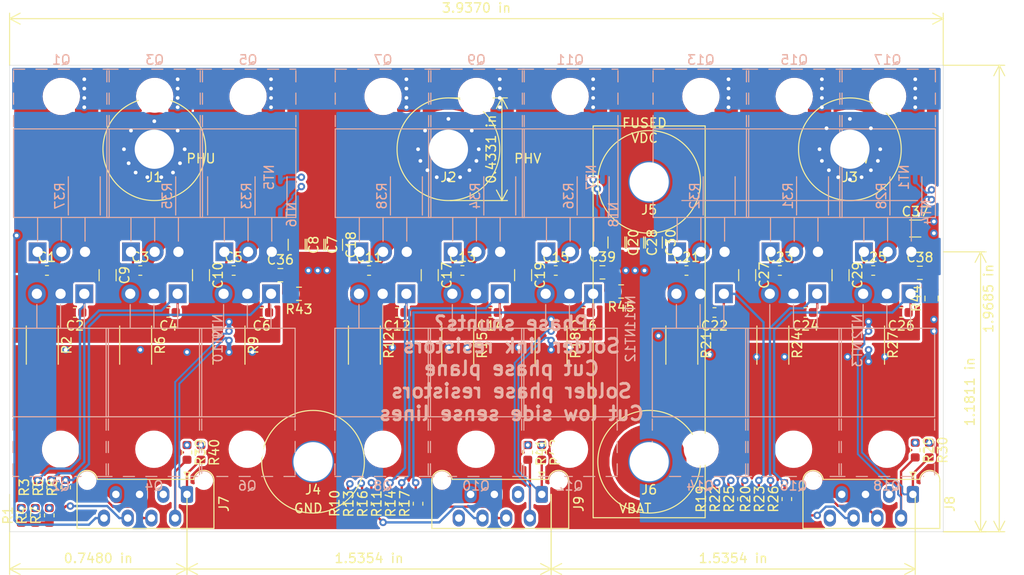
<source format=kicad_pcb>
(kicad_pcb (version 20171130) (host pcbnew "(5.1.2)-2")
  (layers (0 F.Cu signal) (1 In1.Cu signal hide) (2 In2.Cu signal) (31 B.Cu signal) (34 B.Paste user hide) (35 F.Paste user hide) (36 B.SilkS user) (37 F.SilkS user) (38 B.Mask user hide) (39 F.Mask user hide) (44 Edge.Cuts user))
  (net 0 "")
  (net 1 "Net-(C1-Pad1)")
  (net 2 "Net-(C2-Pad1)")
  (net 3 "Net-(C3-Pad1)")
  (net 4 "Net-(C4-Pad1)")
  (net 5 "Net-(C5-Pad1)")
  (net 6 "Net-(C6-Pad1)")
  (net 7 +VDC)
  (net 8 UGH)
  (net 9 GND)
  (net 10 UGL)
  (net 11 USWITCH)
  (net 12 USOURCE)
  (net 13 +BATT)
  (net 14 "Net-(C11-Pad1)")
  (net 15 "Net-(C12-Pad1)")
  (net 16 "Net-(C13-Pad1)")
  (net 17 "Net-(C14-Pad1)")
  (net 18 "Net-(C15-Pad1)")
  (net 19 "Net-(C16-Pad1)")
  (net 20 VSWITCH)
  (net 21 VSOURCE)
  (net 22 VGH)
  (net 23 VGL)
  (net 24 "Net-(C21-Pad1)")
  (net 25 WSOURCE)
  (net 26 "Net-(C22-Pad1)")
  (net 27 "Net-(C23-Pad1)")
  (net 28 "Net-(C24-Pad1)")
  (net 29 "Net-(C25-Pad1)")
  (net 30 "Net-(C26-Pad1)")
  (net 31 WGH)
  (net 32 WGL)
  (net 33 WSWITCH)
  (net 34 "Net-(J8-Pad8)")
  (net 35 "Net-(J9-Pad8)")
  (net 36 ISU-)
  (net 37 ISU+)
  (net 38 ISW-)
  (net 39 ISW+)
  (net 40 ISV-)
  (net 41 ISV+)
  (net 42 /ISWH+)
  (net 43 /ISWH-)
  (net 44 /ISUH+)
  (net 45 /ISUH-)
  (net 46 /ISVH+)
  (net 47 /ISVH-)
  (net 48 "Net-(C36-Pad2)")
  (net 49 "Net-(C38-Pad2)")
  (net 50 "Net-(C39-Pad2)")
  (module Package_TO_SOT_THT:TO-220-3_Horizontal_TabUp (layer B.Cu) (at 128 124.5 180)
    (fp_text reference Q6 (at 2.54 -20.58) (layer B.SilkS) (effects (justify mirror)))
    (fp_text value STP150N10F7)
    (pad 3 thru_hole oval (at 5.08 0 180) (size 1.905 2) (drill 1.1) (layers *.Cu *.Mask) (net 12 USOURCE))
    (pad 2 thru_hole oval (at 2.54 0 180) (size 1.905 2) (drill 1.1) (layers *.Cu *.Mask) (net 11 USWITCH))
    (pad 1 thru_hole rect (at 0 0 180) (size 1.905 2) (drill 1.1) (layers *.Cu *.Mask) (net 6 "Net-(C6-Pad1)"))
    (pad "" np_thru_hole oval (at 2.54 -16.66 180) (size 3.5 3.5) (drill 3.5) (layers *.Cu *.Mask))
  )
  (module Resistor_SMD:R_0805_2012Metric (layer F.Cu) (at 165.5 124.25 180)
    (fp_text reference R45 (at 0 -1.65) (layer F.SilkS))
    (fp_text value 2R2)
    (pad 2 smd roundrect (at 0.9375 0 180) (size 0.975 1.4) (layers F.Cu F.Paste F.Mask) (net 50 "Net-(C39-Pad2)"))
    (pad 1 smd roundrect (at -0.9375 0 180) (size 0.975 1.4) (layers F.Cu F.Paste F.Mask) (net 9 GND))
  )
  (module Resistor_SMD:R_0805_2012Metric (layer F.Cu) (at 198.75 125 90)
    (fp_text reference R44 (at 0 -1.65 90) (layer F.SilkS))
    (fp_text value 2R2)
    (pad 2 smd roundrect (at 0.9375 0 90) (size 0.975 1.4) (layers F.Cu F.Paste F.Mask) (net 49 "Net-(C38-Pad2)"))
    (pad 1 smd roundrect (at -0.9375 0 90) (size 0.975 1.4) (layers F.Cu F.Paste F.Mask) (net 9 GND))
  )
  (module Capacitor_SMD:C_0805_2012Metric (layer F.Cu) (at 163.5 122.2)
    (fp_text reference C39 (at 0 -1.65) (layer F.SilkS))
    (fp_text value "4.7nF 100V")
    (pad 2 smd roundrect (at 0.9375 0) (size 0.975 1.4) (layers F.Cu F.Paste F.Mask) (net 50 "Net-(C39-Pad2)"))
    (pad 1 smd roundrect (at -0.9375 0) (size 0.975 1.4) (layers F.Cu F.Paste F.Mask) (net 20 VSWITCH))
  )
  (module Capacitor_SMD:C_0805_2012Metric (layer F.Cu) (at 197.5 122.25)
    (fp_text reference C38 (at 0 -1.65) (layer F.SilkS))
    (fp_text value "4.7nF 100V")
    (pad 2 smd roundrect (at 0.9375 0) (size 0.975 1.4) (layers F.Cu F.Paste F.Mask) (net 49 "Net-(C38-Pad2)"))
    (pad 1 smd roundrect (at -0.9375 0) (size 0.975 1.4) (layers F.Cu F.Paste F.Mask) (net 33 WSWITCH))
  )
  (module Capacitor_SMD:C_1206_3216Metric (layer F.Cu) (at 197 117.5)
    (fp_text reference C37 (at 0 -1.82) (layer F.SilkS))
    (fp_text value "1uF 100V")
    (pad 2 smd roundrect (at 1.4 0) (size 1.25 1.75) (layers F.Cu F.Paste F.Mask) (roundrect_rratio 0.2) (net 9 GND))
    (pad 1 smd roundrect (at -1.4 0) (size 1.25 1.75) (layers F.Cu F.Paste F.Mask) (roundrect_rratio 0.2) (net 7 +VDC))
  )
  (module Resistor_SMD:R_0805_2012Metric (layer F.Cu) (at 131 124.5 180)
    (fp_text reference R43 (at 0 -1.65) (layer F.SilkS))
    (fp_text value 2R2)
    (pad 2 smd roundrect (at 0.9375 0 180) (size 0.975 1.4) (layers F.Cu F.Paste F.Mask) (net 48 "Net-(C36-Pad2)"))
    (pad 1 smd roundrect (at -0.9375 0 180) (size 0.975 1.4) (layers F.Cu F.Paste F.Mask) (net 9 GND))
  )
  (module Capacitor_SMD:C_0805_2012Metric (layer F.Cu) (at 129 122.5)
    (fp_text reference C36 (at 0 -1.65) (layer F.SilkS))
    (fp_text value "4.7nF 100V")
    (pad 2 smd roundrect (at 0.9375 0) (size 0.975 1.4) (layers F.Cu F.Paste F.Mask) (net 48 "Net-(C36-Pad2)"))
    (pad 1 smd roundrect (at -0.9375 0) (size 0.975 1.4) (layers F.Cu F.Paste F.Mask) (net 11 USWITCH))
  )
  (module Resistor_SMD:R_0603_1608Metric (layer F.Cu) (at 155.5 141.5 270)
    (fp_text reference R41 (at 0 -1.43 90) (layer F.SilkS))
    (fp_text value "DNF 100R")
    (pad 2 smd roundrect (at 0.7875 0 270) (size 0.875 0.95) (layers F.Cu F.Paste F.Mask) (net 41 ISV+))
    (pad 1 smd roundrect (at -0.7875 0 270) (size 0.875 0.95) (layers F.Cu F.Paste F.Mask) (net 46 /ISVH+))
  )
  (module Resistor_SMD:R_0603_1608Metric (layer F.Cu) (at 198.5 141.25 270)
    (fp_text reference R30 (at 0 -1.43 90) (layer F.SilkS))
    (fp_text value "DNF 100R")
    (pad 2 smd roundrect (at 0.7875 0 270) (size 0.875 0.95) (layers F.Cu F.Paste F.Mask) (net 38 ISW-))
    (pad 1 smd roundrect (at -0.7875 0 270) (size 0.875 0.95) (layers F.Cu F.Paste F.Mask) (net 43 /ISWH-))
  )
  (module NetTie:NetTie-2_SMD_Pad0.5mm (layer B.Cu) (at 158 130 270)
    (fp_text reference NT12 (at 0 -8.5 90) (layer B.SilkS) (effects (justify mirror)))
    (fp_text value Net-Tie_2)
    (fp_poly (pts (xy -0.5 0.25) (xy 0.5 0.25) (xy 0.5 -0.25) (xy -0.5 -0.25)) (layer B.Cu) (width 0))
    (pad 2 smd circle (at 0.5 0 270) (size 0.5 0.5) (layers B.Cu) (net 9 GND))
    (pad 1 smd circle (at -0.5 0 270) (size 0.5 0.5) (layers B.Cu) (net 40 ISV-))
  )
  (module NetTie:NetTie-2_SMD_Pad0.5mm (layer B.Cu) (at 158 128 270)
    (fp_text reference NT11 (at -1.5 -8.5 270) (layer B.SilkS) (effects (justify mirror)))
    (fp_text value Net-Tie_2)
    (fp_poly (pts (xy -0.5 0.25) (xy 0.5 0.25) (xy 0.5 -0.25) (xy -0.5 -0.25)) (layer B.Cu) (width 0))
    (pad 2 smd circle (at 0.5 0 270) (size 0.5 0.5) (layers B.Cu) (net 41 ISV+))
    (pad 1 smd circle (at -0.5 0 270) (size 0.5 0.5) (layers B.Cu) (net 21 VSOURCE))
  )
  (module NetTie:NetTie-2_SMD_Pad0.5mm (layer B.Cu) (at 123.5 130 270)
    (fp_text reference NT10 (at 0 1.2 90) (layer B.SilkS) (effects (justify mirror)))
    (fp_text value Net-Tie_2)
    (fp_poly (pts (xy -0.5 0.25) (xy 0.5 0.25) (xy 0.5 -0.25) (xy -0.5 -0.25)) (layer B.Cu) (width 0))
    (pad 2 smd circle (at 0.5 0 270) (size 0.5 0.5) (layers B.Cu) (net 9 GND))
    (pad 1 smd circle (at -0.5 0 270) (size 0.5 0.5) (layers B.Cu) (net 36 ISU-))
  )
  (module NetTie:NetTie-2_SMD_Pad0.5mm (layer B.Cu) (at 123.5 128 270)
    (fp_text reference NT9 (at 0 1.2 270) (layer B.SilkS) (effects (justify mirror)))
    (fp_text value Net-Tie_2)
    (fp_poly (pts (xy -0.5 0.25) (xy 0.5 0.25) (xy 0.5 -0.25) (xy -0.5 -0.25)) (layer B.Cu) (width 0))
    (pad 2 smd circle (at 0.5 0 270) (size 0.5 0.5) (layers B.Cu) (net 37 ISU+))
    (pad 1 smd circle (at -0.5 0 270) (size 0.5 0.5) (layers B.Cu) (net 12 USOURCE))
  )
  (module Resistor_SMD:R_0603_1608Metric (layer F.Cu) (at 157 141.5 270)
    (fp_text reference R42 (at 0 -1.43 90) (layer F.SilkS))
    (fp_text value "DNF 100R")
    (pad 2 smd roundrect (at 0.7875 0 270) (size 0.875 0.95) (layers F.Cu F.Paste F.Mask) (net 40 ISV-))
    (pad 1 smd roundrect (at -0.7875 0 270) (size 0.875 0.95) (layers F.Cu F.Paste F.Mask) (net 47 /ISVH-))
  )
  (module Resistor_SMD:R_0603_1608Metric (layer F.Cu) (at 120.5 141.5 270)
    (fp_text reference R40 (at 0 -1.43 90) (layer F.SilkS))
    (fp_text value "DNF 100R")
    (pad 2 smd roundrect (at 0.7875 0 270) (size 0.875 0.95) (layers F.Cu F.Paste F.Mask) (net 36 ISU-))
    (pad 1 smd roundrect (at -0.7875 0 270) (size 0.875 0.95) (layers F.Cu F.Paste F.Mask) (net 45 /ISUH-))
  )
  (module Resistor_SMD:R_0603_1608Metric (layer F.Cu) (at 119 141.5 270)
    (fp_text reference R39 (at 0 -1.43 90) (layer F.SilkS))
    (fp_text value "DNF 100R")
    (pad 2 smd roundrect (at 0.7875 0 270) (size 0.875 0.95) (layers F.Cu F.Paste F.Mask) (net 37 ISU+))
    (pad 1 smd roundrect (at -0.7875 0 270) (size 0.875 0.95) (layers F.Cu F.Paste F.Mask) (net 44 /ISUH+))
  )
  (module Resistor_SMD:R_2512_6332Metric (layer B.Cu) (at 142.5 114 270)
    (fp_text reference R38 (at 0 2.62 270) (layer B.SilkS) (effects (justify mirror)))
    (fp_text value 0R001)
    (pad 2 smd roundrect (at 2.9 0 270) (size 1.35 3.35) (layers B.Cu B.Paste B.Mask) (roundrect_rratio 0.185185) (net 20 VSWITCH))
    (pad 1 smd roundrect (at -2.9 0 270) (size 1.35 3.35) (layers B.Cu B.Paste B.Mask) (roundrect_rratio 0.185185) (net 20 VSWITCH))
  )
  (module Resistor_SMD:R_2512_6332Metric (layer B.Cu) (at 108 114 270)
    (fp_text reference R37 (at 0 2.62 270) (layer B.SilkS) (effects (justify mirror)))
    (fp_text value 0R001)
    (pad 2 smd roundrect (at 2.9 0 270) (size 1.35 3.35) (layers B.Cu B.Paste B.Mask) (roundrect_rratio 0.185185) (net 11 USWITCH))
    (pad 1 smd roundrect (at -2.9 0 270) (size 1.35 3.35) (layers B.Cu B.Paste B.Mask) (roundrect_rratio 0.185185) (net 11 USWITCH))
  )
  (module Resistor_SMD:R_2512_6332Metric (layer B.Cu) (at 162.5 114 270)
    (fp_text reference R36 (at 0 2.62 270) (layer B.SilkS) (effects (justify mirror)))
    (fp_text value 0R001)
    (pad 2 smd roundrect (at 2.9 0 270) (size 1.35 3.35) (layers B.Cu B.Paste B.Mask) (roundrect_rratio 0.185185) (net 20 VSWITCH))
    (pad 1 smd roundrect (at -2.9 0 270) (size 1.35 3.35) (layers B.Cu B.Paste B.Mask) (roundrect_rratio 0.185185) (net 20 VSWITCH))
  )
  (module Resistor_SMD:R_2512_6332Metric (layer B.Cu) (at 119.5 114 270)
    (fp_text reference R35 (at 0 2.62 270) (layer B.SilkS) (effects (justify mirror)))
    (fp_text value 0R001)
    (pad 2 smd roundrect (at 2.9 0 270) (size 1.35 3.35) (layers B.Cu B.Paste B.Mask) (roundrect_rratio 0.185185) (net 11 USWITCH))
    (pad 1 smd roundrect (at -2.9 0 270) (size 1.35 3.35) (layers B.Cu B.Paste B.Mask) (roundrect_rratio 0.185185) (net 11 USWITCH))
  )
  (module Resistor_SMD:R_2512_6332Metric (layer B.Cu) (at 152.5 114 270)
    (fp_text reference R34 (at 0 2.62 270) (layer B.SilkS) (effects (justify mirror)))
    (fp_text value 0R001)
    (pad 2 smd roundrect (at 2.9 0 270) (size 1.35 3.35) (layers B.Cu B.Paste B.Mask) (roundrect_rratio 0.185185) (net 20 VSWITCH))
    (pad 1 smd roundrect (at -2.9 0 270) (size 1.35 3.35) (layers B.Cu B.Paste B.Mask) (roundrect_rratio 0.185185) (net 20 VSWITCH))
  )
  (module Resistor_SMD:R_2512_6332Metric (layer B.Cu) (at 128 114 270)
    (fp_text reference R33 (at 0 2.62 270) (layer B.SilkS) (effects (justify mirror)))
    (fp_text value 0R001)
    (pad 2 smd roundrect (at 2.9 0 270) (size 1.35 3.35) (layers B.Cu B.Paste B.Mask) (roundrect_rratio 0.185185) (net 11 USWITCH))
    (pad 1 smd roundrect (at -2.9 0 270) (size 1.35 3.35) (layers B.Cu B.Paste B.Mask) (roundrect_rratio 0.185185) (net 11 USWITCH))
  )
  (module NetTie:NetTie-2_SMD_Pad0.5mm (layer B.Cu) (at 163.5 116 90)
    (fp_text reference NT8 (at 0 1.2 90) (layer B.SilkS) (effects (justify mirror)))
    (fp_text value Net-Tie_2)
    (fp_poly (pts (xy -0.5 0.25) (xy 0.5 0.25) (xy 0.5 -0.25) (xy -0.5 -0.25)) (layer B.Cu) (width 0))
    (pad 2 smd circle (at 0.5 0 90) (size 0.5 0.5) (layers B.Cu) (net 47 /ISVH-))
    (pad 1 smd circle (at -0.5 0 90) (size 0.5 0.5) (layers B.Cu) (net 20 VSWITCH))
  )
  (module NetTie:NetTie-2_SMD_Pad0.5mm (layer B.Cu) (at 163.5 112 270)
    (fp_text reference NT7 (at 0 1.2 90) (layer B.SilkS) (effects (justify mirror)))
    (fp_text value Net-Tie_2)
    (fp_poly (pts (xy -0.5 0.25) (xy 0.5 0.25) (xy 0.5 -0.25) (xy -0.5 -0.25)) (layer B.Cu) (width 0))
    (pad 2 smd circle (at 0.5 0 270) (size 0.5 0.5) (layers B.Cu) (net 46 /ISVH+))
    (pad 1 smd circle (at -0.5 0 270) (size 0.5 0.5) (layers B.Cu) (net 20 VSWITCH))
  )
  (module NetTie:NetTie-2_SMD_Pad0.5mm (layer B.Cu) (at 129 116 90)
    (fp_text reference NT6 (at 0 1.2 90) (layer B.SilkS) (effects (justify mirror)))
    (fp_text value Net-Tie_2)
    (fp_poly (pts (xy -0.5 0.25) (xy 0.5 0.25) (xy 0.5 -0.25) (xy -0.5 -0.25)) (layer B.Cu) (width 0))
    (pad 2 smd circle (at 0.5 0 90) (size 0.5 0.5) (layers B.Cu) (net 45 /ISUH-))
    (pad 1 smd circle (at -0.5 0 90) (size 0.5 0.5) (layers B.Cu) (net 11 USWITCH))
  )
  (module NetTie:NetTie-2_SMD_Pad0.5mm (layer B.Cu) (at 129 112 270)
    (fp_text reference NT5 (at 0 1.2 90) (layer B.SilkS) (effects (justify mirror)))
    (fp_text value Net-Tie_2)
    (fp_poly (pts (xy -0.5 0.25) (xy 0.5 0.25) (xy 0.5 -0.25) (xy -0.5 -0.25)) (layer B.Cu) (width 0))
    (pad 2 smd circle (at 0.5 0 270) (size 0.5 0.5) (layers B.Cu) (net 44 /ISUH+))
    (pad 1 smd circle (at -0.5 0 270) (size 0.5 0.5) (layers B.Cu) (net 11 USWITCH))
  )
  (module Resistor_SMD:R_2512_6332Metric (layer B.Cu) (at 176 114 270)
    (fp_text reference R32 (at 0 2.62 270) (layer B.SilkS) (effects (justify mirror)))
    (fp_text value 0R001)
    (pad 2 smd roundrect (at 2.9 0 270) (size 1.35 3.35) (layers B.Cu B.Paste B.Mask) (roundrect_rratio 0.185185) (net 33 WSWITCH))
    (pad 1 smd roundrect (at -2.9 0 270) (size 1.35 3.35) (layers B.Cu B.Paste B.Mask) (roundrect_rratio 0.185185) (net 33 WSWITCH))
  )
  (module Resistor_SMD:R_2512_6332Metric (layer B.Cu) (at 186 114 270)
    (fp_text reference R31 (at 0 2.62 270) (layer B.SilkS) (effects (justify mirror)))
    (fp_text value 0R001)
    (pad 2 smd roundrect (at 2.9 0 270) (size 1.35 3.35) (layers B.Cu B.Paste B.Mask) (roundrect_rratio 0.185185) (net 33 WSWITCH))
    (pad 1 smd roundrect (at -2.9 0 270) (size 1.35 3.35) (layers B.Cu B.Paste B.Mask) (roundrect_rratio 0.185185) (net 33 WSWITCH))
  )
  (module Resistor_SMD:R_0603_1608Metric (layer F.Cu) (at 197 141.25 270)
    (fp_text reference R29 (at 0 -1.43 90) (layer F.SilkS))
    (fp_text value "DNF 100R")
    (pad 2 smd roundrect (at 0.7875 0 270) (size 0.875 0.95) (layers F.Cu F.Paste F.Mask) (net 39 ISW+))
    (pad 1 smd roundrect (at -0.7875 0 270) (size 0.875 0.95) (layers F.Cu F.Paste F.Mask) (net 42 /ISWH+))
  )
  (module Resistor_SMD:R_2512_6332Metric (layer B.Cu) (at 196 114 270)
    (fp_text reference R28 (at 0 2.62 270) (layer B.SilkS) (effects (justify mirror)))
    (fp_text value 0R001)
    (pad 2 smd roundrect (at 2.9 0 270) (size 1.35 3.35) (layers B.Cu B.Paste B.Mask) (roundrect_rratio 0.185185) (net 33 WSWITCH))
    (pad 1 smd roundrect (at -2.9 0 270) (size 1.35 3.35) (layers B.Cu B.Paste B.Mask) (roundrect_rratio 0.185185) (net 33 WSWITCH))
  )
  (module NetTie:NetTie-2_SMD_Pad0.5mm (layer B.Cu) (at 197 115.75 90)
    (fp_text reference NT4 (at 0 1.2 90) (layer B.SilkS) (effects (justify mirror)))
    (fp_text value Net-Tie_2)
    (fp_poly (pts (xy -0.5 0.25) (xy 0.5 0.25) (xy 0.5 -0.25) (xy -0.5 -0.25)) (layer B.Cu) (width 0))
    (pad 2 smd circle (at 0.5 0 90) (size 0.5 0.5) (layers B.Cu) (net 43 /ISWH-))
    (pad 1 smd circle (at -0.5 0 90) (size 0.5 0.5) (layers B.Cu) (net 33 WSWITCH))
  )
  (module NetTie:NetTie-2_SMD_Pad0.5mm (layer B.Cu) (at 192 131 270)
    (fp_text reference NT3 (at 0 1.2 270) (layer B.SilkS) (effects (justify mirror)))
    (fp_text value Net-Tie_2)
    (fp_poly (pts (xy -0.5 0.25) (xy 0.5 0.25) (xy 0.5 -0.25) (xy -0.5 -0.25)) (layer B.Cu) (width 0))
    (pad 2 smd circle (at 0.5 0 270) (size 0.5 0.5) (layers B.Cu) (net 9 GND))
    (pad 1 smd circle (at -0.5 0 270) (size 0.5 0.5) (layers B.Cu) (net 38 ISW-))
  )
  (module NetTie:NetTie-2_SMD_Pad0.5mm (layer B.Cu) (at 192 128 270)
    (fp_text reference NT2 (at 0 1.2 90) (layer B.SilkS) (effects (justify mirror)))
    (fp_text value Net-Tie_2)
    (fp_poly (pts (xy -0.5 0.25) (xy 0.5 0.25) (xy 0.5 -0.25) (xy -0.5 -0.25)) (layer B.Cu) (width 0))
    (pad 2 smd circle (at 0.5 0 270) (size 0.5 0.5) (layers B.Cu) (net 39 ISW+))
    (pad 1 smd circle (at -0.5 0 270) (size 0.5 0.5) (layers B.Cu) (net 25 WSOURCE))
  )
  (module NetTie:NetTie-2_SMD_Pad0.5mm (layer B.Cu) (at 197 112 270)
    (fp_text reference NT1 (at 0 1.2 90) (layer B.SilkS) (effects (justify mirror)))
    (fp_text value Net-Tie_2)
    (fp_poly (pts (xy -0.5 0.25) (xy 0.5 0.25) (xy 0.5 -0.25) (xy -0.5 -0.25)) (layer B.Cu) (width 0))
    (pad 2 smd circle (at 0.5 0 270) (size 0.5 0.5) (layers B.Cu) (net 42 /ISWH+))
    (pad 1 smd circle (at -0.5 0 270) (size 0.5 0.5) (layers B.Cu) (net 33 WSWITCH))
  )
  (module Connector_Molex:Molex_Picoflex_90325-0008_2x04_P1.27mm_Vertical (layer F.Cu) (at 157 146 270)
    (fp_text reference J9 (at 1.02 -3.96 90) (layer F.SilkS))
    (fp_text value Conn_01x08_Male)
    (pad "" np_thru_hole circle (at -1.48 10.69 270) (size 1.5 1.5) (drill 1.5) (layers *.Cu *.Mask))
    (pad "" np_thru_hole circle (at -1.48 -1.8 270) (size 1.5 1.5) (drill 1.5) (layers *.Cu *.Mask))
    (pad 8 thru_hole oval (at 2.54 8.89 270) (size 1.8 1.3) (drill 0.8) (layers *.Cu *.Mask) (net 35 "Net-(J9-Pad8)"))
    (pad 6 thru_hole oval (at 2.54 6.35 270) (size 1.8 1.3) (drill 0.8) (layers *.Cu *.Mask) (net 22 VGH))
    (pad 4 thru_hole oval (at 2.54 3.81 270) (size 1.8 1.3) (drill 0.8) (layers *.Cu *.Mask) (net 23 VGL))
    (pad 2 thru_hole oval (at 2.54 1.27 270) (size 1.8 1.3) (drill 0.8) (layers *.Cu *.Mask) (net 41 ISV+))
    (pad 7 thru_hole oval (at 0 7.62 270) (size 1.8 1.3) (drill 0.8) (layers *.Cu *.Mask) (net 9 GND))
    (pad 5 thru_hole oval (at 0 5.08 270) (size 1.8 1.3) (drill 0.8) (layers *.Cu *.Mask) (net 20 VSWITCH))
    (pad 3 thru_hole oval (at 0 2.54 270) (size 1.8 1.3) (drill 0.8) (layers *.Cu *.Mask) (net 21 VSOURCE))
    (pad 1 thru_hole roundrect (at 0 0 270) (size 1.8 1.3) (drill 0.8) (layers *.Cu *.Mask) (roundrect_rratio 0.192308) (net 40 ISV-))
  )
  (module Connector_Molex:Molex_Picoflex_90325-0008_2x04_P1.27mm_Vertical (layer F.Cu) (at 196.75 146 270)
    (fp_text reference J8 (at 1.02 -3.96 90) (layer F.SilkS))
    (fp_text value Conn_01x08_Male)
    (pad "" np_thru_hole circle (at -1.48 10.69 270) (size 1.5 1.5) (drill 1.5) (layers *.Cu *.Mask))
    (pad "" np_thru_hole circle (at -1.48 -1.8 270) (size 1.5 1.5) (drill 1.5) (layers *.Cu *.Mask))
    (pad 8 thru_hole oval (at 2.54 8.89 270) (size 1.8 1.3) (drill 0.8) (layers *.Cu *.Mask) (net 34 "Net-(J8-Pad8)"))
    (pad 6 thru_hole oval (at 2.54 6.35 270) (size 1.8 1.3) (drill 0.8) (layers *.Cu *.Mask) (net 31 WGH))
    (pad 4 thru_hole oval (at 2.54 3.81 270) (size 1.8 1.3) (drill 0.8) (layers *.Cu *.Mask) (net 32 WGL))
    (pad 2 thru_hole oval (at 2.54 1.27 270) (size 1.8 1.3) (drill 0.8) (layers *.Cu *.Mask) (net 39 ISW+))
    (pad 7 thru_hole oval (at 0 7.62 270) (size 1.8 1.3) (drill 0.8) (layers *.Cu *.Mask) (net 9 GND))
    (pad 5 thru_hole oval (at 0 5.08 270) (size 1.8 1.3) (drill 0.8) (layers *.Cu *.Mask) (net 33 WSWITCH))
    (pad 3 thru_hole oval (at 0 2.54 270) (size 1.8 1.3) (drill 0.8) (layers *.Cu *.Mask) (net 25 WSOURCE))
    (pad 1 thru_hole roundrect (at 0 0 270) (size 1.8 1.3) (drill 0.8) (layers *.Cu *.Mask) (roundrect_rratio 0.192308) (net 38 ISW-))
  )
  (module Connector_Molex:Molex_Picoflex_90325-0008_2x04_P1.27mm_Vertical (layer F.Cu) (at 119 146 270)
    (fp_text reference J7 (at 1.02 -3.96 90) (layer F.SilkS))
    (fp_text value Conn_01x08_Male)
    (pad "" np_thru_hole circle (at -1.48 10.69 270) (size 1.5 1.5) (drill 1.5) (layers *.Cu *.Mask))
    (pad "" np_thru_hole circle (at -1.48 -1.8 270) (size 1.5 1.5) (drill 1.5) (layers *.Cu *.Mask))
    (pad 8 thru_hole oval (at 2.54 8.89 270) (size 1.8 1.3) (drill 0.8) (layers *.Cu *.Mask) (net 7 +VDC))
    (pad 6 thru_hole oval (at 2.54 6.35 270) (size 1.8 1.3) (drill 0.8) (layers *.Cu *.Mask) (net 8 UGH))
    (pad 4 thru_hole oval (at 2.54 3.81 270) (size 1.8 1.3) (drill 0.8) (layers *.Cu *.Mask) (net 10 UGL))
    (pad 2 thru_hole oval (at 2.54 1.27 270) (size 1.8 1.3) (drill 0.8) (layers *.Cu *.Mask) (net 37 ISU+))
    (pad 7 thru_hole oval (at 0 7.62 270) (size 1.8 1.3) (drill 0.8) (layers *.Cu *.Mask) (net 9 GND))
    (pad 5 thru_hole oval (at 0 5.08 270) (size 1.8 1.3) (drill 0.8) (layers *.Cu *.Mask) (net 11 USWITCH))
    (pad 3 thru_hole oval (at 0 2.54 270) (size 1.8 1.3) (drill 0.8) (layers *.Cu *.Mask) (net 12 USOURCE))
    (pad 1 thru_hole roundrect (at 0 0 270) (size 1.8 1.3) (drill 0.8) (layers *.Cu *.Mask) (roundrect_rratio 0.192308) (net 36 ISU-))
  )
  (module DMM_Custom:Wuerth_Redcube_M4 (layer F.Cu) (at 115.5 109)
    (fp_text reference J1 (at 0 3) (layer F.SilkS))
    (fp_text value "M4 screw")
    (pad 1 thru_hole circle (at 0 0) (size 4.5 4.5) (drill 4.2) (layers *.Cu) (net 11 USWITCH))
    (pad 1 smd circle (at 0 0) (size 8 8) (layers F.Cu F.Mask) (net 11 USWITCH))
  )
  (module DMM_Custom:Wuerth_Redcube_M4 (layer F.Cu) (at 147 109)
    (fp_text reference J2 (at 0 3) (layer F.SilkS))
    (fp_text value "M4 screw")
    (pad 1 thru_hole circle (at 0 0) (size 4.5 4.5) (drill 4.2) (layers *.Cu) (net 20 VSWITCH))
    (pad 1 smd circle (at 0 0) (size 8 8) (layers F.Cu F.Mask) (net 20 VSWITCH))
  )
  (module Resistor_SMD:R_2512_6332Metric (layer F.Cu) (at 192 130 270)
    (fp_text reference R27 (at 0 -2.62 90) (layer F.SilkS))
    (fp_text value 0R001)
    (pad 2 smd roundrect (at 2.9 0 270) (size 1.35 3.35) (layers F.Cu F.Paste F.Mask) (roundrect_rratio 0.185185) (net 9 GND))
    (pad 1 smd roundrect (at -2.9 0 270) (size 1.35 3.35) (layers F.Cu F.Paste F.Mask) (roundrect_rratio 0.185185) (net 25 WSOURCE))
  )
  (module Resistor_SMD:R_0603_1608Metric (layer F.Cu) (at 183.25 146.5 90)
    (fp_text reference R26 (at 0 -1.43 90) (layer F.SilkS))
    (fp_text value 4.7R)
    (pad 2 smd roundrect (at 0.7875 0 90) (size 0.875 0.95) (layers F.Cu F.Paste F.Mask) (net 30 "Net-(C26-Pad1)"))
    (pad 1 smd roundrect (at -0.7875 0 90) (size 0.875 0.95) (layers F.Cu F.Paste F.Mask) (net 32 WGL))
  )
  (module Resistor_SMD:R_0603_1608Metric (layer F.Cu) (at 178.5 146.5 90)
    (fp_text reference R25 (at 0 -1.43 90) (layer F.SilkS))
    (fp_text value 4.7R)
    (pad 2 smd roundrect (at 0.7875 0 90) (size 0.875 0.95) (layers F.Cu F.Paste F.Mask) (net 29 "Net-(C25-Pad1)"))
    (pad 1 smd roundrect (at -0.7875 0 90) (size 0.875 0.95) (layers F.Cu F.Paste F.Mask) (net 31 WGH))
  )
  (module Resistor_SMD:R_2512_6332Metric (layer F.Cu) (at 181.75 130 270)
    (fp_text reference R24 (at 0 -2.62 90) (layer F.SilkS))
    (fp_text value 0R001)
    (pad 2 smd roundrect (at 2.9 0 270) (size 1.35 3.35) (layers F.Cu F.Paste F.Mask) (roundrect_rratio 0.185185) (net 9 GND))
    (pad 1 smd roundrect (at -2.9 0 270) (size 1.35 3.35) (layers F.Cu F.Paste F.Mask) (roundrect_rratio 0.185185) (net 25 WSOURCE))
  )
  (module Resistor_SMD:R_0603_1608Metric (layer F.Cu) (at 181.75 146.5 90)
    (fp_text reference R23 (at 0 -1.43 90) (layer F.SilkS))
    (fp_text value 4.7R)
    (pad 2 smd roundrect (at 0.7875 0 90) (size 0.875 0.95) (layers F.Cu F.Paste F.Mask) (net 28 "Net-(C24-Pad1)"))
    (pad 1 smd roundrect (at -0.7875 0 90) (size 0.875 0.95) (layers F.Cu F.Paste F.Mask) (net 32 WGL))
  )
  (module Resistor_SMD:R_0603_1608Metric (layer F.Cu) (at 177 146.5 90)
    (fp_text reference R22 (at 0 -1.43 90) (layer F.SilkS))
    (fp_text value 4.7R)
    (pad 2 smd roundrect (at 0.7875 0 90) (size 0.875 0.95) (layers F.Cu F.Paste F.Mask) (net 27 "Net-(C23-Pad1)"))
    (pad 1 smd roundrect (at -0.7875 0 90) (size 0.875 0.95) (layers F.Cu F.Paste F.Mask) (net 31 WGH))
  )
  (module Resistor_SMD:R_2512_6332Metric (layer F.Cu) (at 172 130 270)
    (fp_text reference R21 (at 0 -2.62 90) (layer F.SilkS))
    (fp_text value 0R001)
    (pad 2 smd roundrect (at 2.9 0 270) (size 1.35 3.35) (layers F.Cu F.Paste F.Mask) (roundrect_rratio 0.185185) (net 9 GND))
    (pad 1 smd roundrect (at -2.9 0 270) (size 1.35 3.35) (layers F.Cu F.Paste F.Mask) (roundrect_rratio 0.185185) (net 25 WSOURCE))
  )
  (module Resistor_SMD:R_0603_1608Metric (layer F.Cu) (at 180.25 146.5 90)
    (fp_text reference R20 (at 0 -1.43 90) (layer F.SilkS))
    (fp_text value 4.7R)
    (pad 2 smd roundrect (at 0.7875 0 90) (size 0.875 0.95) (layers F.Cu F.Paste F.Mask) (net 26 "Net-(C22-Pad1)"))
    (pad 1 smd roundrect (at -0.7875 0 90) (size 0.875 0.95) (layers F.Cu F.Paste F.Mask) (net 32 WGL))
  )
  (module Resistor_SMD:R_0603_1608Metric (layer F.Cu) (at 175.5 146.5 90)
    (fp_text reference R19 (at 0 -1.43 90) (layer F.SilkS))
    (fp_text value 4.7R)
    (pad 2 smd roundrect (at 0.7875 0 90) (size 0.875 0.95) (layers F.Cu F.Paste F.Mask) (net 24 "Net-(C21-Pad1)"))
    (pad 1 smd roundrect (at -0.7875 0 90) (size 0.875 0.95) (layers F.Cu F.Paste F.Mask) (net 31 WGH))
  )
  (module Package_TO_SOT_THT:TO-220-3_Horizontal_TabUp (layer B.Cu) (at 196.5 124.5 180)
    (fp_text reference Q18 (at 2.54 -20.58) (layer B.SilkS) (effects (justify mirror)))
    (fp_text value STP150N10F7)
    (pad 3 thru_hole oval (at 5.08 0 180) (size 1.905 2) (drill 1.1) (layers *.Cu *.Mask) (net 25 WSOURCE))
    (pad 2 thru_hole oval (at 2.54 0 180) (size 1.905 2) (drill 1.1) (layers *.Cu *.Mask) (net 33 WSWITCH))
    (pad 1 thru_hole rect (at 0 0 180) (size 1.905 2) (drill 1.1) (layers *.Cu *.Mask) (net 30 "Net-(C26-Pad1)"))
    (pad "" np_thru_hole oval (at 2.54 -16.66 180) (size 3.5 3.5) (drill 3.5) (layers *.Cu *.Mask))
  )
  (module Package_TO_SOT_THT:TO-220-3_Horizontal_TabUp (layer B.Cu) (at 191.5 120)
    (fp_text reference Q17 (at 2.54 -20.58) (layer B.SilkS) (effects (justify mirror)))
    (fp_text value STP150N10F7)
    (pad 3 thru_hole oval (at 5.08 0) (size 1.905 2) (drill 1.1) (layers *.Cu *.Mask) (net 33 WSWITCH))
    (pad 2 thru_hole oval (at 2.54 0) (size 1.905 2) (drill 1.1) (layers *.Cu *.Mask) (net 7 +VDC))
    (pad 1 thru_hole rect (at 0 0) (size 1.905 2) (drill 1.1) (layers *.Cu *.Mask) (net 29 "Net-(C25-Pad1)"))
    (pad "" np_thru_hole oval (at 2.54 -16.66) (size 3.5 3.5) (drill 3.5) (layers *.Cu *.Mask))
  )
  (module Package_TO_SOT_THT:TO-220-3_Horizontal_TabUp (layer B.Cu) (at 186.5 124.5 180)
    (fp_text reference Q16 (at 2.54 -20.58) (layer B.SilkS) (effects (justify mirror)))
    (fp_text value STP150N10F7)
    (pad 3 thru_hole oval (at 5.08 0 180) (size 1.905 2) (drill 1.1) (layers *.Cu *.Mask) (net 25 WSOURCE))
    (pad 2 thru_hole oval (at 2.54 0 180) (size 1.905 2) (drill 1.1) (layers *.Cu *.Mask) (net 33 WSWITCH))
    (pad 1 thru_hole rect (at 0 0 180) (size 1.905 2) (drill 1.1) (layers *.Cu *.Mask) (net 28 "Net-(C24-Pad1)"))
    (pad "" np_thru_hole oval (at 2.54 -16.66 180) (size 3.5 3.5) (drill 3.5) (layers *.Cu *.Mask))
  )
  (module Package_TO_SOT_THT:TO-220-3_Horizontal_TabUp (layer B.Cu) (at 181.5 120)
    (fp_text reference Q15 (at 2.54 -20.58) (layer B.SilkS) (effects (justify mirror)))
    (fp_text value STP150N10F7)
    (pad 3 thru_hole oval (at 5.08 0) (size 1.905 2) (drill 1.1) (layers *.Cu *.Mask) (net 33 WSWITCH))
    (pad 2 thru_hole oval (at 2.54 0) (size 1.905 2) (drill 1.1) (layers *.Cu *.Mask) (net 7 +VDC))
    (pad 1 thru_hole rect (at 0 0) (size 1.905 2) (drill 1.1) (layers *.Cu *.Mask) (net 27 "Net-(C23-Pad1)"))
    (pad "" np_thru_hole oval (at 2.54 -16.66) (size 3.5 3.5) (drill 3.5) (layers *.Cu *.Mask))
  )
  (module Package_TO_SOT_THT:TO-220-3_Horizontal_TabUp (layer B.Cu) (at 176.5 124.5 180)
    (fp_text reference Q14 (at 2.54 -20.58) (layer B.SilkS) (effects (justify mirror)))
    (fp_text value STP150N10F7)
    (pad 3 thru_hole oval (at 5.08 0 180) (size 1.905 2) (drill 1.1) (layers *.Cu *.Mask) (net 25 WSOURCE))
    (pad 2 thru_hole oval (at 2.54 0 180) (size 1.905 2) (drill 1.1) (layers *.Cu *.Mask) (net 33 WSWITCH))
    (pad 1 thru_hole rect (at 0 0 180) (size 1.905 2) (drill 1.1) (layers *.Cu *.Mask) (net 26 "Net-(C22-Pad1)"))
    (pad "" np_thru_hole oval (at 2.54 -16.66 180) (size 3.5 3.5) (drill 3.5) (layers *.Cu *.Mask))
  )
  (module Package_TO_SOT_THT:TO-220-3_Horizontal_TabUp (layer B.Cu) (at 171.5 120)
    (fp_text reference Q13 (at 2.54 -20.58) (layer B.SilkS) (effects (justify mirror)))
    (fp_text value STP150N10F7)
    (pad 3 thru_hole oval (at 5.08 0) (size 1.905 2) (drill 1.1) (layers *.Cu *.Mask) (net 33 WSWITCH))
    (pad 2 thru_hole oval (at 2.54 0) (size 1.905 2) (drill 1.1) (layers *.Cu *.Mask) (net 7 +VDC))
    (pad 1 thru_hole rect (at 0 0) (size 1.905 2) (drill 1.1) (layers *.Cu *.Mask) (net 24 "Net-(C21-Pad1)"))
    (pad "" np_thru_hole oval (at 2.54 -16.66) (size 3.5 3.5) (drill 3.5) (layers *.Cu *.Mask))
  )
  (module Capacitor_SMD:C_1206_3216Metric (layer F.Cu) (at 169 119 270)
    (fp_text reference C30 (at 0 -1.82 90) (layer F.SilkS))
    (fp_text value "1uF 100V")
    (pad 2 smd roundrect (at 1.4 0 270) (size 1.25 1.75) (layers F.Cu F.Paste F.Mask) (roundrect_rratio 0.2) (net 9 GND))
    (pad 1 smd roundrect (at -1.4 0 270) (size 1.25 1.75) (layers F.Cu F.Paste F.Mask) (roundrect_rratio 0.2) (net 7 +VDC))
  )
  (module Capacitor_SMD:C_1206_3216Metric (layer F.Cu) (at 189 122.5 270)
    (fp_text reference C29 (at 0 -1.82 90) (layer F.SilkS))
    (fp_text value "1uF 100V")
    (pad 2 smd roundrect (at 1.4 0 270) (size 1.25 1.75) (layers F.Cu F.Paste F.Mask) (roundrect_rratio 0.2) (net 25 WSOURCE))
    (pad 1 smd roundrect (at -1.4 0 270) (size 1.25 1.75) (layers F.Cu F.Paste F.Mask) (roundrect_rratio 0.2) (net 7 +VDC))
  )
  (module Capacitor_SMD:C_1206_3216Metric (layer F.Cu) (at 167 119 270)
    (fp_text reference C28 (at 0 -1.82 90) (layer F.SilkS))
    (fp_text value "1uF 100V")
    (pad 2 smd roundrect (at 1.4 0 270) (size 1.25 1.75) (layers F.Cu F.Paste F.Mask) (roundrect_rratio 0.2) (net 9 GND))
    (pad 1 smd roundrect (at -1.4 0 270) (size 1.25 1.75) (layers F.Cu F.Paste F.Mask) (roundrect_rratio 0.2) (net 7 +VDC))
  )
  (module Capacitor_SMD:C_1206_3216Metric (layer F.Cu) (at 179 122.5 270)
    (fp_text reference C27 (at 0 -1.82 90) (layer F.SilkS))
    (fp_text value "1uF 100V")
    (pad 2 smd roundrect (at 1.4 0 270) (size 1.25 1.75) (layers F.Cu F.Paste F.Mask) (roundrect_rratio 0.2) (net 25 WSOURCE))
    (pad 1 smd roundrect (at -1.4 0 270) (size 1.25 1.75) (layers F.Cu F.Paste F.Mask) (roundrect_rratio 0.2) (net 7 +VDC))
  )
  (module Capacitor_SMD:C_0603_1608Metric (layer F.Cu) (at 195.5 126.5 180)
    (fp_text reference C26 (at 0 -1.43) (layer F.SilkS))
    (fp_text value "DNF 4.7nF 25V")
    (pad 2 smd roundrect (at 0.7875 0 180) (size 0.875 0.95) (layers F.Cu F.Paste F.Mask) (net 25 WSOURCE))
    (pad 1 smd roundrect (at -0.7875 0 180) (size 0.875 0.95) (layers F.Cu F.Paste F.Mask) (net 30 "Net-(C26-Pad1)"))
  )
  (module Capacitor_SMD:C_0603_1608Metric (layer F.Cu) (at 192.5 122)
    (fp_text reference C25 (at 0 -1.43) (layer F.SilkS))
    (fp_text value "DNF 4.7nF 25V")
    (pad 2 smd roundrect (at 0.7875 0) (size 0.875 0.95) (layers F.Cu F.Paste F.Mask) (net 33 WSWITCH))
    (pad 1 smd roundrect (at -0.7875 0) (size 0.875 0.95) (layers F.Cu F.Paste F.Mask) (net 29 "Net-(C25-Pad1)"))
  )
  (module Capacitor_SMD:C_0603_1608Metric (layer F.Cu) (at 185.25 126.5 180)
    (fp_text reference C24 (at 0 -1.43) (layer F.SilkS))
    (fp_text value "DNF 4.7nF 25V")
    (pad 2 smd roundrect (at 0.7875 0 180) (size 0.875 0.95) (layers F.Cu F.Paste F.Mask) (net 25 WSOURCE))
    (pad 1 smd roundrect (at -0.7875 0 180) (size 0.875 0.95) (layers F.Cu F.Paste F.Mask) (net 28 "Net-(C24-Pad1)"))
  )
  (module Capacitor_SMD:C_0603_1608Metric (layer F.Cu) (at 182.5 122)
    (fp_text reference C23 (at 0 -1.43) (layer F.SilkS))
    (fp_text value "DNF 4.7nF 25V")
    (pad 2 smd roundrect (at 0.7875 0) (size 0.875 0.95) (layers F.Cu F.Paste F.Mask) (net 33 WSWITCH))
    (pad 1 smd roundrect (at -0.7875 0) (size 0.875 0.95) (layers F.Cu F.Paste F.Mask) (net 27 "Net-(C23-Pad1)"))
  )
  (module Capacitor_SMD:C_0603_1608Metric (layer F.Cu) (at 175.5 126.5 180)
    (fp_text reference C22 (at 0 -1.43) (layer F.SilkS))
    (fp_text value "DNF 4.7nF 25V")
    (pad 2 smd roundrect (at 0.7875 0 180) (size 0.875 0.95) (layers F.Cu F.Paste F.Mask) (net 25 WSOURCE))
    (pad 1 smd roundrect (at -0.7875 0 180) (size 0.875 0.95) (layers F.Cu F.Paste F.Mask) (net 26 "Net-(C22-Pad1)"))
  )
  (module Capacitor_SMD:C_0603_1608Metric (layer F.Cu) (at 172.5 122)
    (fp_text reference C21 (at 0 -1.43) (layer F.SilkS))
    (fp_text value "DNF 4.7nF 25V")
    (pad 2 smd roundrect (at 0.7875 0) (size 0.875 0.95) (layers F.Cu F.Paste F.Mask) (net 33 WSWITCH))
    (pad 1 smd roundrect (at -0.7875 0) (size 0.875 0.95) (layers F.Cu F.Paste F.Mask) (net 24 "Net-(C21-Pad1)"))
  )
  (module Resistor_SMD:R_2512_6332Metric (layer F.Cu) (at 158 130 270)
    (fp_text reference R18 (at 0 -2.62 90) (layer F.SilkS))
    (fp_text value 0R001)
    (pad 2 smd roundrect (at 2.9 0 270) (size 1.35 3.35) (layers F.Cu F.Paste F.Mask) (roundrect_rratio 0.185185) (net 9 GND))
    (pad 1 smd roundrect (at -2.9 0 270) (size 1.35 3.35) (layers F.Cu F.Paste F.Mask) (roundrect_rratio 0.185185) (net 21 VSOURCE))
  )
  (module Resistor_SMD:R_0603_1608Metric (layer F.Cu) (at 143.75 147 90)
    (fp_text reference R17 (at 0 -1.43 90) (layer F.SilkS))
    (fp_text value 4.7R)
    (pad 2 smd roundrect (at 0.7875 0 90) (size 0.875 0.95) (layers F.Cu F.Paste F.Mask) (net 19 "Net-(C16-Pad1)"))
    (pad 1 smd roundrect (at -0.7875 0 90) (size 0.875 0.95) (layers F.Cu F.Paste F.Mask) (net 23 VGL))
  )
  (module Resistor_SMD:R_0603_1608Metric (layer F.Cu) (at 139.25 147 90)
    (fp_text reference R16 (at 0 -1.43 90) (layer F.SilkS))
    (fp_text value 4.7R)
    (pad 2 smd roundrect (at 0.7875 0 90) (size 0.875 0.95) (layers F.Cu F.Paste F.Mask) (net 18 "Net-(C15-Pad1)"))
    (pad 1 smd roundrect (at -0.7875 0 90) (size 0.875 0.95) (layers F.Cu F.Paste F.Mask) (net 22 VGH))
  )
  (module Resistor_SMD:R_2512_6332Metric (layer F.Cu) (at 148 130 270)
    (fp_text reference R15 (at 0 -2.62 90) (layer F.SilkS))
    (fp_text value 0R001)
    (pad 2 smd roundrect (at 2.9 0 270) (size 1.35 3.35) (layers F.Cu F.Paste F.Mask) (roundrect_rratio 0.185185) (net 9 GND))
    (pad 1 smd roundrect (at -2.9 0 270) (size 1.35 3.35) (layers F.Cu F.Paste F.Mask) (roundrect_rratio 0.185185) (net 21 VSOURCE))
  )
  (module Resistor_SMD:R_0603_1608Metric (layer F.Cu) (at 142.25 147 90)
    (fp_text reference R14 (at 0 -1.43 90) (layer F.SilkS))
    (fp_text value 4.7R)
    (pad 2 smd roundrect (at 0.7875 0 90) (size 0.875 0.95) (layers F.Cu F.Paste F.Mask) (net 17 "Net-(C14-Pad1)"))
    (pad 1 smd roundrect (at -0.7875 0 90) (size 0.875 0.95) (layers F.Cu F.Paste F.Mask) (net 23 VGL))
  )
  (module Resistor_SMD:R_0603_1608Metric (layer F.Cu) (at 137.75 147 90)
    (fp_text reference R13 (at 0 -1.43 90) (layer F.SilkS))
    (fp_text value 4.7R)
    (pad 2 smd roundrect (at 0.7875 0 90) (size 0.875 0.95) (layers F.Cu F.Paste F.Mask) (net 16 "Net-(C13-Pad1)"))
    (pad 1 smd roundrect (at -0.7875 0 90) (size 0.875 0.95) (layers F.Cu F.Paste F.Mask) (net 22 VGH))
  )
  (module Resistor_SMD:R_2512_6332Metric (layer F.Cu) (at 138 130 270)
    (fp_text reference R12 (at 0 -2.62 90) (layer F.SilkS))
    (fp_text value 0R001)
    (pad 2 smd roundrect (at 2.9 0 270) (size 1.35 3.35) (layers F.Cu F.Paste F.Mask) (roundrect_rratio 0.185185) (net 9 GND))
    (pad 1 smd roundrect (at -2.9 0 270) (size 1.35 3.35) (layers F.Cu F.Paste F.Mask) (roundrect_rratio 0.185185) (net 21 VSOURCE))
  )
  (module Resistor_SMD:R_0603_1608Metric (layer F.Cu) (at 140.75 147 90)
    (fp_text reference R11 (at 0 -1.43 90) (layer F.SilkS))
    (fp_text value 4.7R)
    (pad 2 smd roundrect (at 0.7875 0 90) (size 0.875 0.95) (layers F.Cu F.Paste F.Mask) (net 15 "Net-(C12-Pad1)"))
    (pad 1 smd roundrect (at -0.7875 0 90) (size 0.875 0.95) (layers F.Cu F.Paste F.Mask) (net 23 VGL))
  )
  (module Resistor_SMD:R_0603_1608Metric (layer F.Cu) (at 136.25 146.9625 90)
    (fp_text reference R10 (at 0 -1.43 90) (layer F.SilkS))
    (fp_text value 4.7R)
    (pad 2 smd roundrect (at 0.7875 0 90) (size 0.875 0.95) (layers F.Cu F.Paste F.Mask) (net 14 "Net-(C11-Pad1)"))
    (pad 1 smd roundrect (at -0.7875 0 90) (size 0.875 0.95) (layers F.Cu F.Paste F.Mask) (net 22 VGH))
  )
  (module Package_TO_SOT_THT:TO-220-3_Horizontal_TabUp (layer B.Cu) (at 162.5 124.5 180)
    (fp_text reference Q12 (at 2.54 -20.58) (layer B.SilkS) (effects (justify mirror)))
    (fp_text value STP150N10F7)
    (pad 3 thru_hole oval (at 5.08 0 180) (size 1.905 2) (drill 1.1) (layers *.Cu *.Mask) (net 21 VSOURCE))
    (pad 2 thru_hole oval (at 2.54 0 180) (size 1.905 2) (drill 1.1) (layers *.Cu *.Mask) (net 20 VSWITCH))
    (pad 1 thru_hole rect (at 0 0 180) (size 1.905 2) (drill 1.1) (layers *.Cu *.Mask) (net 19 "Net-(C16-Pad1)"))
    (pad "" np_thru_hole oval (at 2.54 -16.66 180) (size 3.5 3.5) (drill 3.5) (layers *.Cu *.Mask))
  )
  (module Package_TO_SOT_THT:TO-220-3_Horizontal_TabUp (layer B.Cu) (at 157.5 120)
    (fp_text reference Q11 (at 2.54 -20.58) (layer B.SilkS) (effects (justify mirror)))
    (fp_text value STP150N10F7)
    (pad 3 thru_hole oval (at 5.08 0) (size 1.905 2) (drill 1.1) (layers *.Cu *.Mask) (net 20 VSWITCH))
    (pad 2 thru_hole oval (at 2.54 0) (size 1.905 2) (drill 1.1) (layers *.Cu *.Mask) (net 7 +VDC))
    (pad 1 thru_hole rect (at 0 0) (size 1.905 2) (drill 1.1) (layers *.Cu *.Mask) (net 18 "Net-(C15-Pad1)"))
    (pad "" np_thru_hole oval (at 2.54 -16.66) (size 3.5 3.5) (drill 3.5) (layers *.Cu *.Mask))
  )
  (module Package_TO_SOT_THT:TO-220-3_Horizontal_TabUp (layer B.Cu) (at 152.5 124.5 180)
    (fp_text reference Q10 (at 2.54 -20.58) (layer B.SilkS) (effects (justify mirror)))
    (fp_text value STP150N10F7)
    (pad 3 thru_hole oval (at 5.08 0 180) (size 1.905 2) (drill 1.1) (layers *.Cu *.Mask) (net 21 VSOURCE))
    (pad 2 thru_hole oval (at 2.54 0 180) (size 1.905 2) (drill 1.1) (layers *.Cu *.Mask) (net 20 VSWITCH))
    (pad 1 thru_hole rect (at 0 0 180) (size 1.905 2) (drill 1.1) (layers *.Cu *.Mask) (net 17 "Net-(C14-Pad1)"))
    (pad "" np_thru_hole oval (at 2.54 -16.66 180) (size 3.5 3.5) (drill 3.5) (layers *.Cu *.Mask))
  )
  (module Package_TO_SOT_THT:TO-220-3_Horizontal_TabUp (layer B.Cu) (at 147.46 120)
    (fp_text reference Q9 (at 2.54 -20.58) (layer B.SilkS) (effects (justify mirror)))
    (fp_text value STP150N10F7)
    (pad 3 thru_hole oval (at 5.08 0) (size 1.905 2) (drill 1.1) (layers *.Cu *.Mask) (net 20 VSWITCH))
    (pad 2 thru_hole oval (at 2.54 0) (size 1.905 2) (drill 1.1) (layers *.Cu *.Mask) (net 7 +VDC))
    (pad 1 thru_hole rect (at 0 0) (size 1.905 2) (drill 1.1) (layers *.Cu *.Mask) (net 16 "Net-(C13-Pad1)"))
    (pad "" np_thru_hole oval (at 2.54 -16.66) (size 3.5 3.5) (drill 3.5) (layers *.Cu *.Mask))
  )
  (module Package_TO_SOT_THT:TO-220-3_Horizontal_TabUp (layer B.Cu) (at 142.5 124.5 180)
    (fp_text reference Q8 (at 2.54 -20.58) (layer B.SilkS) (effects (justify mirror)))
    (fp_text value STP150N10F7)
    (pad 3 thru_hole oval (at 5.08 0 180) (size 1.905 2) (drill 1.1) (layers *.Cu *.Mask) (net 21 VSOURCE))
    (pad 2 thru_hole oval (at 2.54 0 180) (size 1.905 2) (drill 1.1) (layers *.Cu *.Mask) (net 20 VSWITCH))
    (pad 1 thru_hole rect (at 0 0 180) (size 1.905 2) (drill 1.1) (layers *.Cu *.Mask) (net 15 "Net-(C12-Pad1)"))
    (pad "" np_thru_hole oval (at 2.54 -16.66 180) (size 3.5 3.5) (drill 3.5) (layers *.Cu *.Mask))
  )
  (module Package_TO_SOT_THT:TO-220-3_Horizontal_TabUp (layer B.Cu) (at 137.46 120)
    (fp_text reference Q7 (at 2.54 -20.58) (layer B.SilkS) (effects (justify mirror)))
    (fp_text value STP150N10F7)
    (pad 3 thru_hole oval (at 5.08 0) (size 1.905 2) (drill 1.1) (layers *.Cu *.Mask) (net 20 VSWITCH))
    (pad 2 thru_hole oval (at 2.54 0) (size 1.905 2) (drill 1.1) (layers *.Cu *.Mask) (net 7 +VDC))
    (pad 1 thru_hole rect (at 0 0) (size 1.905 2) (drill 1.1) (layers *.Cu *.Mask) (net 14 "Net-(C11-Pad1)"))
    (pad "" np_thru_hole oval (at 2.54 -16.66) (size 3.5 3.5) (drill 3.5) (layers *.Cu *.Mask))
  )
  (module Capacitor_SMD:C_1206_3216Metric (layer F.Cu) (at 165 119 270)
    (fp_text reference C20 (at 0 -1.82 90) (layer F.SilkS))
    (fp_text value "1uF 100V")
    (pad 2 smd roundrect (at 1.4 0 270) (size 1.25 1.75) (layers F.Cu F.Paste F.Mask) (roundrect_rratio 0.2) (net 9 GND))
    (pad 1 smd roundrect (at -1.4 0 270) (size 1.25 1.75) (layers F.Cu F.Paste F.Mask) (roundrect_rratio 0.2) (net 7 +VDC))
  )
  (module Capacitor_SMD:C_1206_3216Metric (layer F.Cu) (at 155 122.5 270)
    (fp_text reference C19 (at 0 -1.82 90) (layer F.SilkS))
    (fp_text value "1uF 100V")
    (pad 2 smd roundrect (at 1.4 0 270) (size 1.25 1.75) (layers F.Cu F.Paste F.Mask) (roundrect_rratio 0.2) (net 21 VSOURCE))
    (pad 1 smd roundrect (at -1.4 0 270) (size 1.25 1.75) (layers F.Cu F.Paste F.Mask) (roundrect_rratio 0.2) (net 7 +VDC))
  )
  (module Capacitor_SMD:C_1206_3216Metric (layer F.Cu) (at 134.75 119.25 270)
    (fp_text reference C18 (at 0 -1.82 90) (layer F.SilkS))
    (fp_text value "1uF 100V")
    (pad 2 smd roundrect (at 1.4 0 270) (size 1.25 1.75) (layers F.Cu F.Paste F.Mask) (roundrect_rratio 0.2) (net 9 GND))
    (pad 1 smd roundrect (at -1.4 0 270) (size 1.25 1.75) (layers F.Cu F.Paste F.Mask) (roundrect_rratio 0.2) (net 7 +VDC))
  )
  (module Capacitor_SMD:C_1206_3216Metric (layer F.Cu) (at 145 122.5 270)
    (fp_text reference C17 (at 0 -1.82 90) (layer F.SilkS))
    (fp_text value "1uF 100V")
    (pad 2 smd roundrect (at 1.4 0 270) (size 1.25 1.75) (layers F.Cu F.Paste F.Mask) (roundrect_rratio 0.2) (net 21 VSOURCE))
    (pad 1 smd roundrect (at -1.4 0 270) (size 1.25 1.75) (layers F.Cu F.Paste F.Mask) (roundrect_rratio 0.2) (net 7 +VDC))
  )
  (module Capacitor_SMD:C_0603_1608Metric (layer F.Cu) (at 161.4625 126.5 180)
    (fp_text reference C16 (at 0 -1.43) (layer F.SilkS))
    (fp_text value "DNF 4.7nF 25V")
    (pad 2 smd roundrect (at 0.7875 0 180) (size 0.875 0.95) (layers F.Cu F.Paste F.Mask) (net 21 VSOURCE))
    (pad 1 smd roundrect (at -0.7875 0 180) (size 0.875 0.95) (layers F.Cu F.Paste F.Mask) (net 19 "Net-(C16-Pad1)"))
  )
  (module Capacitor_SMD:C_0603_1608Metric (layer F.Cu) (at 158.5 122)
    (fp_text reference C15 (at 0 -1.43) (layer F.SilkS))
    (fp_text value "DNF 4.7nF 25V")
    (pad 2 smd roundrect (at 0.7875 0) (size 0.875 0.95) (layers F.Cu F.Paste F.Mask) (net 20 VSWITCH))
    (pad 1 smd roundrect (at -0.7875 0) (size 0.875 0.95) (layers F.Cu F.Paste F.Mask) (net 18 "Net-(C15-Pad1)"))
  )
  (module Capacitor_SMD:C_0603_1608Metric (layer F.Cu) (at 151.5 126.5 180)
    (fp_text reference C14 (at 0 -1.43) (layer F.SilkS))
    (fp_text value "DNF 4.7nF 25V")
    (pad 2 smd roundrect (at 0.7875 0 180) (size 0.875 0.95) (layers F.Cu F.Paste F.Mask) (net 21 VSOURCE))
    (pad 1 smd roundrect (at -0.7875 0 180) (size 0.875 0.95) (layers F.Cu F.Paste F.Mask) (net 17 "Net-(C14-Pad1)"))
  )
  (module Capacitor_SMD:C_0603_1608Metric (layer F.Cu) (at 148.5 122)
    (fp_text reference C13 (at 0 -1.43) (layer F.SilkS))
    (fp_text value "DNF 4.7nF 25V")
    (pad 2 smd roundrect (at 0.7875 0) (size 0.875 0.95) (layers F.Cu F.Paste F.Mask) (net 20 VSWITCH))
    (pad 1 smd roundrect (at -0.7875 0) (size 0.875 0.95) (layers F.Cu F.Paste F.Mask) (net 16 "Net-(C13-Pad1)"))
  )
  (module Capacitor_SMD:C_0603_1608Metric (layer F.Cu) (at 141.5 126.5 180)
    (fp_text reference C12 (at 0 -1.43) (layer F.SilkS))
    (fp_text value "DNF 4.7nF 25V")
    (pad 2 smd roundrect (at 0.7875 0 180) (size 0.875 0.95) (layers F.Cu F.Paste F.Mask) (net 21 VSOURCE))
    (pad 1 smd roundrect (at -0.7875 0 180) (size 0.875 0.95) (layers F.Cu F.Paste F.Mask) (net 15 "Net-(C12-Pad1)"))
  )
  (module Capacitor_SMD:C_0603_1608Metric (layer F.Cu) (at 138.5 122)
    (fp_text reference C11 (at 0 -1.43) (layer F.SilkS))
    (fp_text value "DNF 4.7nF 25V")
    (pad 2 smd roundrect (at 0.7875 0) (size 0.875 0.95) (layers F.Cu F.Paste F.Mask) (net 20 VSWITCH))
    (pad 1 smd roundrect (at -0.7875 0) (size 0.875 0.95) (layers F.Cu F.Paste F.Mask) (net 14 "Net-(C11-Pad1)"))
  )
  (module DMM_Custom:Wuerth_Redcube_M4 (layer F.Cu) (at 168.5 142.5)
    (fp_text reference J6 (at 0 3) (layer F.SilkS))
    (fp_text value "M4 screw")
    (pad 1 thru_hole circle (at 0 0) (size 4.5 4.5) (drill 4.2) (layers *.Cu) (net 13 +BATT))
    (pad 1 smd circle (at 0 0) (size 8 8) (layers F.Cu F.Mask) (net 13 +BATT))
  )
  (module DMM_Custom:Wuerth_Redcube_M4 (layer F.Cu) (at 168.5 112.5)
    (fp_text reference J5 (at 0 3) (layer F.SilkS))
    (fp_text value "M4 screw")
    (pad 1 thru_hole circle (at 0 0) (size 4.5 4.5) (drill 4.2) (layers *.Cu) (net 7 +VDC))
    (pad 1 smd circle (at 0 0) (size 8 8) (layers F.Cu F.Mask) (net 7 +VDC))
  )
  (module DMM_Custom:Wuerth_Redcube_M4 (layer F.Cu) (at 132.5 142.5)
    (fp_text reference J4 (at 0 3) (layer F.SilkS))
    (fp_text value "M4 screw")
    (pad 1 thru_hole circle (at 0 0) (size 4.5 4.5) (drill 4.2) (layers *.Cu) (net 9 GND))
    (pad 1 smd circle (at 0 0) (size 8 8) (layers F.Cu F.Mask) (net 9 GND))
  )
  (module DMM_Custom:Wuerth_Redcube_M4 (layer F.Cu) (at 190 109)
    (fp_text reference J3 (at 0 3) (layer F.SilkS))
    (fp_text value "M4 screw")
    (pad 1 thru_hole circle (at 0 0) (size 4.5 4.5) (drill 4.2) (layers *.Cu) (net 33 WSWITCH))
    (pad 1 smd circle (at 0 0) (size 8 8) (layers F.Cu F.Mask) (net 33 WSWITCH))
  )
  (module Capacitor_SMD:C_1206_3216Metric (layer F.Cu) (at 120.5 122.5 270)
    (fp_text reference C10 (at 0 -1.82 90) (layer F.SilkS))
    (fp_text value "1uF 100V")
    (pad 2 smd roundrect (at 1.4 0 270) (size 1.25 1.75) (layers F.Cu F.Paste F.Mask) (roundrect_rratio 0.2) (net 12 USOURCE))
    (pad 1 smd roundrect (at -1.4 0 270) (size 1.25 1.75) (layers F.Cu F.Paste F.Mask) (roundrect_rratio 0.2) (net 7 +VDC))
  )
  (module Capacitor_SMD:C_1206_3216Metric (layer F.Cu) (at 110.5 122.5 270)
    (fp_text reference C9 (at 0 -1.82 90) (layer F.SilkS))
    (fp_text value "1uF 100V")
    (pad 2 smd roundrect (at 1.4 0 270) (size 1.25 1.75) (layers F.Cu F.Paste F.Mask) (roundrect_rratio 0.2) (net 12 USOURCE))
    (pad 1 smd roundrect (at -1.4 0 270) (size 1.25 1.75) (layers F.Cu F.Paste F.Mask) (roundrect_rratio 0.2) (net 7 +VDC))
  )
  (module Capacitor_SMD:C_1206_3216Metric (layer F.Cu) (at 130.75 119.25 270)
    (fp_text reference C8 (at 0 -1.82 90) (layer F.SilkS))
    (fp_text value "1uF 100V")
    (pad 2 smd roundrect (at 1.4 0 270) (size 1.25 1.75) (layers F.Cu F.Paste F.Mask) (roundrect_rratio 0.2) (net 9 GND))
    (pad 1 smd roundrect (at -1.4 0 270) (size 1.25 1.75) (layers F.Cu F.Paste F.Mask) (roundrect_rratio 0.2) (net 7 +VDC))
  )
  (module Capacitor_SMD:C_1206_3216Metric (layer F.Cu) (at 132.75 119.25 270)
    (fp_text reference C7 (at 0 -1.82 90) (layer F.SilkS))
    (fp_text value "1uF 100V")
    (pad 2 smd roundrect (at 1.4 0 270) (size 1.25 1.75) (layers F.Cu F.Paste F.Mask) (roundrect_rratio 0.2) (net 9 GND))
    (pad 1 smd roundrect (at -1.4 0 270) (size 1.25 1.75) (layers F.Cu F.Paste F.Mask) (roundrect_rratio 0.2) (net 7 +VDC))
  )
  (module Resistor_SMD:R_2512_6332Metric (layer F.Cu) (at 123.5 130 270)
    (fp_text reference R9 (at 0 -2.62 90) (layer F.SilkS))
    (fp_text value 0R001)
    (pad 2 smd roundrect (at 2.9 0 270) (size 1.35 3.35) (layers F.Cu F.Paste F.Mask) (roundrect_rratio 0.185185) (net 9 GND))
    (pad 1 smd roundrect (at -2.9 0 270) (size 1.35 3.35) (layers F.Cu F.Paste F.Mask) (roundrect_rratio 0.185185) (net 12 USOURCE))
  )
  (module Resistor_SMD:R_0603_1608Metric (layer F.Cu) (at 106 145.25 90)
    (fp_text reference R8 (at 0 -1.43 90) (layer F.SilkS))
    (fp_text value 4.7R)
    (pad 2 smd roundrect (at 0.7875 0 90) (size 0.875 0.95) (layers F.Cu F.Paste F.Mask) (net 6 "Net-(C6-Pad1)"))
    (pad 1 smd roundrect (at -0.7875 0 90) (size 0.875 0.95) (layers F.Cu F.Paste F.Mask) (net 10 UGL))
  )
  (module Resistor_SMD:R_0603_1608Metric (layer F.Cu) (at 104.25 148.25 90)
    (fp_text reference R7 (at 0 -1.43 90) (layer F.SilkS))
    (fp_text value 4.7R)
    (pad 2 smd roundrect (at 0.7875 0 90) (size 0.875 0.95) (layers F.Cu F.Paste F.Mask) (net 5 "Net-(C5-Pad1)"))
    (pad 1 smd roundrect (at -0.7875 0 90) (size 0.875 0.95) (layers F.Cu F.Paste F.Mask) (net 8 UGH))
  )
  (module Resistor_SMD:R_2512_6332Metric (layer F.Cu) (at 113.5 130 270)
    (fp_text reference R6 (at 0 -2.62 90) (layer F.SilkS))
    (fp_text value 0R001)
    (pad 2 smd roundrect (at 2.9 0 270) (size 1.35 3.35) (layers F.Cu F.Paste F.Mask) (roundrect_rratio 0.185185) (net 9 GND))
    (pad 1 smd roundrect (at -2.9 0 270) (size 1.35 3.35) (layers F.Cu F.Paste F.Mask) (roundrect_rratio 0.185185) (net 12 USOURCE))
  )
  (module Resistor_SMD:R_0603_1608Metric (layer F.Cu) (at 104.5 145.25 90)
    (fp_text reference R5 (at 0 -1.43 90) (layer F.SilkS))
    (fp_text value 4.7R)
    (pad 2 smd roundrect (at 0.7875 0 90) (size 0.875 0.95) (layers F.Cu F.Paste F.Mask) (net 4 "Net-(C4-Pad1)"))
    (pad 1 smd roundrect (at -0.7875 0 90) (size 0.875 0.95) (layers F.Cu F.Paste F.Mask) (net 10 UGL))
  )
  (module Resistor_SMD:R_0603_1608Metric (layer F.Cu) (at 102.75 148.25 90)
    (fp_text reference R4 (at 0 -1.43 90) (layer F.SilkS))
    (fp_text value 4.7R)
    (pad 2 smd roundrect (at 0.7875 0 90) (size 0.875 0.95) (layers F.Cu F.Paste F.Mask) (net 3 "Net-(C3-Pad1)"))
    (pad 1 smd roundrect (at -0.7875 0 90) (size 0.875 0.95) (layers F.Cu F.Paste F.Mask) (net 8 UGH))
  )
  (module Resistor_SMD:R_0603_1608Metric (layer F.Cu) (at 103 145.25 90)
    (fp_text reference R3 (at 0 -1.43 90) (layer F.SilkS))
    (fp_text value 4.7R)
    (pad 2 smd roundrect (at 0.7875 0 90) (size 0.875 0.95) (layers F.Cu F.Paste F.Mask) (net 2 "Net-(C2-Pad1)"))
    (pad 1 smd roundrect (at -0.7875 0 90) (size 0.875 0.95) (layers F.Cu F.Paste F.Mask) (net 10 UGL))
  )
  (module Package_TO_SOT_THT:TO-220-3_Horizontal_TabUp (layer B.Cu) (at 123 120)
    (fp_text reference Q5 (at 2.54 -20.58) (layer B.SilkS) (effects (justify mirror)))
    (fp_text value STP150N10F7)
    (pad 3 thru_hole oval (at 5.08 0) (size 1.905 2) (drill 1.1) (layers *.Cu *.Mask) (net 11 USWITCH))
    (pad 2 thru_hole oval (at 2.54 0) (size 1.905 2) (drill 1.1) (layers *.Cu *.Mask) (net 7 +VDC))
    (pad 1 thru_hole rect (at 0 0) (size 1.905 2) (drill 1.1) (layers *.Cu *.Mask) (net 5 "Net-(C5-Pad1)"))
    (pad "" np_thru_hole oval (at 2.54 -16.66) (size 3.5 3.5) (drill 3.5) (layers *.Cu *.Mask))
  )
  (module Package_TO_SOT_THT:TO-220-3_Horizontal_TabUp (layer B.Cu) (at 118 124.5 180)
    (fp_text reference Q4 (at 2.54 -20.58) (layer B.SilkS) (effects (justify mirror)))
    (fp_text value STP150N10F7)
    (pad 3 thru_hole oval (at 5.08 0 180) (size 1.905 2) (drill 1.1) (layers *.Cu *.Mask) (net 12 USOURCE))
    (pad 2 thru_hole oval (at 2.54 0 180) (size 1.905 2) (drill 1.1) (layers *.Cu *.Mask) (net 11 USWITCH))
    (pad 1 thru_hole rect (at 0 0 180) (size 1.905 2) (drill 1.1) (layers *.Cu *.Mask) (net 4 "Net-(C4-Pad1)"))
    (pad "" np_thru_hole oval (at 2.54 -16.66 180) (size 3.5 3.5) (drill 3.5) (layers *.Cu *.Mask))
  )
  (module Package_TO_SOT_THT:TO-220-3_Horizontal_TabUp (layer B.Cu) (at 113 120)
    (fp_text reference Q3 (at 2.54 -20.58) (layer B.SilkS) (effects (justify mirror)))
    (fp_text value STP150N10F7)
    (pad 3 thru_hole oval (at 5.08 0) (size 1.905 2) (drill 1.1) (layers *.Cu *.Mask) (net 11 USWITCH))
    (pad 2 thru_hole oval (at 2.54 0) (size 1.905 2) (drill 1.1) (layers *.Cu *.Mask) (net 7 +VDC))
    (pad 1 thru_hole rect (at 0 0) (size 1.905 2) (drill 1.1) (layers *.Cu *.Mask) (net 3 "Net-(C3-Pad1)"))
    (pad "" np_thru_hole oval (at 2.54 -16.66) (size 3.5 3.5) (drill 3.5) (layers *.Cu *.Mask))
  )
  (module Package_TO_SOT_THT:TO-220-3_Horizontal_TabUp (layer B.Cu) (at 108 124.5 180)
    (fp_text reference Q2 (at 2.54 -20.58) (layer B.SilkS) (effects (justify mirror)))
    (fp_text value STP150N10F7)
    (pad 3 thru_hole oval (at 5.08 0 180) (size 1.905 2) (drill 1.1) (layers *.Cu *.Mask) (net 12 USOURCE))
    (pad 2 thru_hole oval (at 2.54 0 180) (size 1.905 2) (drill 1.1) (layers *.Cu *.Mask) (net 11 USWITCH))
    (pad 1 thru_hole rect (at 0 0 180) (size 1.905 2) (drill 1.1) (layers *.Cu *.Mask) (net 2 "Net-(C2-Pad1)"))
    (pad "" np_thru_hole oval (at 2.54 -16.66 180) (size 3.5 3.5) (drill 3.5) (layers *.Cu *.Mask))
  )
  (module Capacitor_SMD:C_0603_1608Metric (layer F.Cu) (at 127 126.5 180)
    (fp_text reference C6 (at 0 -1.43) (layer F.SilkS))
    (fp_text value "DNF 4.7nF 25V")
    (pad 2 smd roundrect (at 0.7875 0 180) (size 0.875 0.95) (layers F.Cu F.Paste F.Mask) (net 12 USOURCE))
    (pad 1 smd roundrect (at -0.7875 0 180) (size 0.875 0.95) (layers F.Cu F.Paste F.Mask) (net 6 "Net-(C6-Pad1)"))
  )
  (module Capacitor_SMD:C_0603_1608Metric (layer F.Cu) (at 124 122)
    (fp_text reference C5 (at 0 -1.43) (layer F.SilkS))
    (fp_text value "DNF 4.7nF 25V")
    (pad 2 smd roundrect (at 0.7875 0) (size 0.875 0.95) (layers F.Cu F.Paste F.Mask) (net 11 USWITCH))
    (pad 1 smd roundrect (at -0.7875 0) (size 0.875 0.95) (layers F.Cu F.Paste F.Mask) (net 5 "Net-(C5-Pad1)"))
  )
  (module Capacitor_SMD:C_0603_1608Metric (layer F.Cu) (at 117 126.5 180)
    (fp_text reference C4 (at 0 -1.43) (layer F.SilkS))
    (fp_text value "DNF 4.7nF 25V")
    (pad 2 smd roundrect (at 0.7875 0 180) (size 0.875 0.95) (layers F.Cu F.Paste F.Mask) (net 12 USOURCE))
    (pad 1 smd roundrect (at -0.7875 0 180) (size 0.875 0.95) (layers F.Cu F.Paste F.Mask) (net 4 "Net-(C4-Pad1)"))
  )
  (module Capacitor_SMD:C_0603_1608Metric (layer F.Cu) (at 114 122)
    (fp_text reference C3 (at 0 -1.43) (layer F.SilkS))
    (fp_text value "DNF 4.7nF 25V")
    (pad 2 smd roundrect (at 0.7875 0) (size 0.875 0.95) (layers F.Cu F.Paste F.Mask) (net 11 USWITCH))
    (pad 1 smd roundrect (at -0.7875 0) (size 0.875 0.95) (layers F.Cu F.Paste F.Mask) (net 3 "Net-(C3-Pad1)"))
  )
  (module Capacitor_SMD:C_0603_1608Metric (layer F.Cu) (at 107 126.5 180)
    (fp_text reference C2 (at 0 -1.43) (layer F.SilkS))
    (fp_text value "DNF 4.7nF 25V")
    (pad 2 smd roundrect (at 0.7875 0 180) (size 0.875 0.95) (layers F.Cu F.Paste F.Mask) (net 12 USOURCE))
    (pad 1 smd roundrect (at -0.7875 0 180) (size 0.875 0.95) (layers F.Cu F.Paste F.Mask) (net 2 "Net-(C2-Pad1)"))
  )
  (module Resistor_SMD:R_2512_6332Metric (layer F.Cu) (at 103.5 130 270)
    (fp_text reference R2 (at 0 -2.62 90) (layer F.SilkS))
    (fp_text value 0R001)
    (pad 2 smd roundrect (at 2.9 0 270) (size 1.35 3.35) (layers F.Cu F.Paste F.Mask) (roundrect_rratio 0.185185) (net 9 GND))
    (pad 1 smd roundrect (at -2.9 0 270) (size 1.35 3.35) (layers F.Cu F.Paste F.Mask) (roundrect_rratio 0.185185) (net 12 USOURCE))
  )
  (module Resistor_SMD:R_0603_1608Metric (layer F.Cu) (at 101.25 148.25 90)
    (fp_text reference R1 (at 0 -1.43 90) (layer F.SilkS))
    (fp_text value 4.7R)
    (pad 2 smd roundrect (at 0.7875 0 90) (size 0.875 0.95) (layers F.Cu F.Paste F.Mask) (net 1 "Net-(C1-Pad1)"))
    (pad 1 smd roundrect (at -0.7875 0 90) (size 0.875 0.95) (layers F.Cu F.Paste F.Mask) (net 8 UGH))
  )
  (module Package_TO_SOT_THT:TO-220-3_Horizontal_TabUp (layer B.Cu) (at 103 120)
    (fp_text reference Q1 (at 2.54 -20.58) (layer B.SilkS) (effects (justify mirror)))
    (fp_text value STP150N10F7)
    (pad 3 thru_hole oval (at 5.08 0) (size 1.905 2) (drill 1.1) (layers *.Cu *.Mask) (net 11 USWITCH))
    (pad 2 thru_hole oval (at 2.54 0) (size 1.905 2) (drill 1.1) (layers *.Cu *.Mask) (net 7 +VDC))
    (pad 1 thru_hole rect (at 0 0) (size 1.905 2) (drill 1.1) (layers *.Cu *.Mask) (net 1 "Net-(C1-Pad1)"))
    (pad "" np_thru_hole oval (at 2.54 -16.66) (size 3.5 3.5) (drill 3.5) (layers *.Cu *.Mask))
  )
  (module Capacitor_SMD:C_0603_1608Metric (layer F.Cu) (at 104 122)
    (fp_text reference C1 (at 0 -1.43) (layer F.SilkS))
    (fp_text value "DNF 4.7nF 25V")
    (pad 2 smd roundrect (at 0.7875 0) (size 0.875 0.95) (layers F.Cu F.Paste F.Mask) (net 11 USWITCH))
    (pad 1 smd roundrect (at -0.7875 0) (size 0.875 0.95) (layers F.Cu F.Paste F.Mask) (net 1 "Net-(C1-Pad1)"))
  )
  (dimension 19 (width 0.12) (layer F.SilkS) (gr_text "19.000 mm" (at 109.5 155.27) (layer F.SilkS) (effects (font (size 1 1) (thickness 0.15)))) (feature1 (pts (xy 100 146) (xy 100 154.586421))) (feature2 (pts (xy 119 146) (xy 119 154.586421))) (crossbar (pts (xy 119 154) (xy 100 154))) (arrow1a (pts (xy 100 154) (xy 101.126504 153.413579))) (arrow1b (pts (xy 100 154) (xy 101.126504 154.586421))) (arrow2a (pts (xy 119 154) (xy 117.873496 153.413579))) (arrow2b (pts (xy 119 154) (xy 117.873496 154.586421))))
  (gr_line (start 172 114.5) (end 197.25 114.5) (layer B.SilkS) (width 0.12))
  (gr_text "Phase shunts?\nSolder link resistors\nCut phase plane\nSolder phase resistors\nCut low side sense lines\n" (at 153.75 132.5) (layer B.SilkS) (effects (font (size 1.5 1.5) (thickness 0.3)) (justify mirror)))
  (dimension 39 (width 0.12) (layer F.SilkS) (gr_text "39.000 mm" (at 138.5 155.27) (layer F.SilkS) (effects (font (size 1 1) (thickness 0.15)))) (feature1 (pts (xy 119 146) (xy 119 154.586421))) (feature2 (pts (xy 158 146) (xy 158 154.586421))) (crossbar (pts (xy 158 154) (xy 119 154))) (arrow1a (pts (xy 119 154) (xy 120.126504 153.413579))) (arrow1b (pts (xy 119 154) (xy 120.126504 154.586421))) (arrow2a (pts (xy 158 154) (xy 156.873496 153.413579))) (arrow2b (pts (xy 158 154) (xy 156.873496 154.586421))))
  (dimension 39 (width 0.12) (layer F.SilkS) (gr_text "39.000 mm" (at 177.5 155.27) (layer F.SilkS) (effects (font (size 1 1) (thickness 0.15)))) (feature1 (pts (xy 158 146) (xy 158 154.586421))) (feature2 (pts (xy 197 146) (xy 197 154.586421))) (crossbar (pts (xy 197 154) (xy 158 154))) (arrow1a (pts (xy 158 154) (xy 159.126504 153.413579))) (arrow1b (pts (xy 158 154) (xy 159.126504 154.586421))) (arrow2a (pts (xy 197 154) (xy 195.873496 153.413579))) (arrow2b (pts (xy 197 154) (xy 195.873496 154.586421))))
  (dimension 30 (width 0.12) (layer F.SilkS) (gr_text "30.000 mm" (at 205.27 135 90) (layer F.SilkS) (effects (font (size 1 1) (thickness 0.15)))) (feature1 (pts (xy 200 120) (xy 204.586421 120))) (feature2 (pts (xy 200 150) (xy 204.586421 150))) (crossbar (pts (xy 204 150) (xy 204 120))) (arrow1a (pts (xy 204 120) (xy 204.586421 121.126504))) (arrow1b (pts (xy 204 120) (xy 203.413579 121.126504))) (arrow2a (pts (xy 204 150) (xy 204.586421 148.873496))) (arrow2b (pts (xy 204 150) (xy 203.413579 148.873496))))
  (dimension 100 (width 0.12) (layer F.SilkS) (gr_text "100.000 mm" (at 150 93.73) (layer F.SilkS) (effects (font (size 1 1) (thickness 0.15)))) (feature1 (pts (xy 200 100) (xy 200 94.413579))) (feature2 (pts (xy 100 100) (xy 100 94.413579))) (crossbar (pts (xy 100 95) (xy 200 95))) (arrow1a (pts (xy 200 95) (xy 198.873496 95.586421))) (arrow1b (pts (xy 200 95) (xy 198.873496 94.413579))) (arrow2a (pts (xy 100 95) (xy 101.126504 95.586421))) (arrow2b (pts (xy 100 95) (xy 101.126504 94.413579))))
  (dimension 50 (width 0.12) (layer F.SilkS) (gr_text "50.000 mm" (at 207.27 125 270) (layer F.SilkS) (effects (font (size 1 1) (thickness 0.15)))) (feature1 (pts (xy 200 150) (xy 206.586421 150))) (feature2 (pts (xy 200 100) (xy 206.586421 100))) (crossbar (pts (xy 206 100) (xy 206 150))) (arrow1a (pts (xy 206 150) (xy 205.413579 148.873496))) (arrow1b (pts (xy 206 150) (xy 206.586421 148.873496))) (arrow2a (pts (xy 206 100) (xy 205.413579 101.126504))) (arrow2b (pts (xy 206 100) (xy 206.586421 101.126504))))
  (dimension 11 (width 0.12) (layer F.SilkS) (gr_text "11.000 mm" (at 154 109 90) (layer F.SilkS) (effects (font (size 1 1) (thickness 0.15)))) (feature1 (pts (xy 147.20732 114.5) (xy 153.316421 114.5))) (feature2 (pts (xy 147.20732 103.5) (xy 153.316421 103.5))) (crossbar (pts (xy 152.73 103.5) (xy 152.73 114.5))) (arrow1a (pts (xy 152.73 114.5) (xy 152.143579 113.373496))) (arrow1b (pts (xy 152.73 114.5) (xy 153.316421 113.373496))) (arrow2a (pts (xy 152.73 103.5) (xy 152.143579 104.626504))) (arrow2b (pts (xy 152.73 103.5) (xy 153.316421 104.626504))))
  (gr_line (start 174.5 106.5) (end 174.5 148.5) (layer F.SilkS) (width 0.12))
  (gr_line (start 162.5 106.5) (end 174.5 106.5) (layer F.SilkS) (width 0.12))
  (gr_line (start 162.5 148.5) (end 162.5 106.5) (layer F.SilkS) (width 0.12))
  (gr_line (start 174.5 148.5) (end 162.5 148.5) (layer F.SilkS) (width 0.12))
  (gr_text PHW (at 190.5 110) (layer F.SilkS) (effects (font (size 1 1))))
  (gr_text PHV (at 155.5 110) (layer F.SilkS) (effects (font (size 1 1))))
  (gr_text PHU (at 120.5 110) (layer F.SilkS) (effects (font (size 1 1))))
  (gr_text "FUSED\nVDC" (at 168 107) (layer F.SilkS) (effects (font (size 1 1))))
  (gr_text VBAT (at 167 147.5) (layer F.SilkS) (effects (font (size 1 1))))
  (gr_text GND (at 132 147.5) (layer F.SilkS) (effects (font (size 1 1))))
  (gr_line (start 100 150) (end 100 100) (layer Edge.Cuts) (width 0.05))
  (gr_line (start 200 150) (end 100 150) (layer Edge.Cuts) (width 0.05))
  (gr_line (start 200 100) (end 200 150) (layer Edge.Cuts) (width 0.05))
  (gr_line (start 100 100) (end 200 100) (layer Edge.Cuts) (width 0.05))
  (segment (start 103.2125 120.2125) (end 103 120) (width 0.25) (layer F.Cu) (net 1))
  (segment (start 103.2125 122) (end 103.2125 120.2125) (width 0.25) (layer F.Cu) (net 1))
  (via (at 101.25 147.46251) (size 0.8) (drill 0.4) (layers F.Cu B.Cu) (net 1))
  (segment (start 108 126.2875) (end 107.7875 126.5) (width 0.25) (layer F.Cu) (net 2))
  (segment (start 108 124.5) (end 108 126.2875) (width 0.25) (layer F.Cu) (net 2))
  (via (at 102.999999 144.462499) (size 0.8) (drill 0.4) (layers F.Cu B.Cu) (net 2))
  (segment (start 108 124.5) (end 108 125.75) (width 0.25) (layer B.Cu) (net 2))
  (segment (start 108 125.75) (end 107.535001 126.214999) (width 0.25) (layer B.Cu) (net 2))
  (segment (start 104.227497 143.235001) (end 103.399998 144.0625) (width 0.25) (layer B.Cu) (net 2))
  (segment (start 106.456001 143.235001) (end 104.227497 143.235001) (width 0.25) (layer B.Cu) (net 2))
  (segment (start 107.535001 126.214999) (end 107.535001 142.156001) (width 0.25) (layer B.Cu) (net 2))
  (segment (start 107.535001 142.156001) (end 106.456001 143.235001) (width 0.25) (layer B.Cu) (net 2))
  (segment (start 103.399998 144.0625) (end 102.999999 144.462499) (width 0.25) (layer B.Cu) (net 2))
  (segment (start 113.2125 120.2125) (end 113 120) (width 0.25) (layer F.Cu) (net 3))
  (segment (start 113.2125 122) (end 113.2125 120.2125) (width 0.25) (layer F.Cu) (net 3))
  (via (at 102.750003 147.462503) (size 0.8) (drill 0.4) (layers F.Cu B.Cu) (net 3))
  (segment (start 118 126.2875) (end 117.7875 126.5) (width 0.25) (layer F.Cu) (net 4))
  (segment (start 118 124.5) (end 118 126.2875) (width 0.25) (layer F.Cu) (net 4))
  (via (at 104.500008 144.4625) (size 0.8) (drill 0.4) (layers F.Cu B.Cu) (net 4))
  (segment (start 118 124.5) (end 118 124.5475) (width 0.25) (layer B.Cu) (net 4))
  (segment (start 118 124.5475) (end 116.247511 126.299989) (width 0.25) (layer B.Cu) (net 4))
  (segment (start 116.247511 126.299989) (end 109.5636 126.299989) (width 0.25) (layer B.Cu) (net 4))
  (segment (start 105.225017 143.737491) (end 104.900007 144.062501) (width 0.25) (layer B.Cu) (net 4))
  (segment (start 104.900007 144.062501) (end 104.500008 144.4625) (width 0.25) (layer B.Cu) (net 4))
  (segment (start 106.795862 143.737491) (end 105.225017 143.737491) (width 0.25) (layer B.Cu) (net 4))
  (segment (start 108 142.533353) (end 106.795862 143.737491) (width 0.25) (layer B.Cu) (net 4))
  (segment (start 108 127.86359) (end 108 142.533353) (width 0.25) (layer B.Cu) (net 4))
  (segment (start 109.5636 126.299989) (end 108 127.86359) (width 0.25) (layer B.Cu) (net 4))
  (segment (start 123.2125 120.2125) (end 123 120) (width 0.25) (layer F.Cu) (net 5))
  (segment (start 123.2125 122) (end 123.2125 120.2125) (width 0.25) (layer F.Cu) (net 5))
  (via (at 104.250001 147.462499) (size 0.8) (drill 0.4) (layers F.Cu B.Cu) (net 5))
  (segment (start 127.7875 124.7125) (end 128 124.5) (width 0.25) (layer F.Cu) (net 6))
  (segment (start 127.7875 126.5) (end 127.7875 124.7125) (width 0.25) (layer F.Cu) (net 6))
  (via (at 106.000007 144.462507) (size 0.8) (drill 0.4) (layers F.Cu B.Cu) (net 6))
  (segment (start 108.5 142.738998) (end 106.776491 144.462507) (width 0.25) (layer B.Cu) (net 6))
  (segment (start 106.565692 144.462507) (end 106.000007 144.462507) (width 0.25) (layer B.Cu) (net 6))
  (segment (start 109.75 126.75) (end 108.5 128) (width 0.25) (layer B.Cu) (net 6))
  (segment (start 106.776491 144.462507) (end 106.565692 144.462507) (width 0.25) (layer B.Cu) (net 6))
  (segment (start 125.7975 126.75) (end 109.75 126.75) (width 0.25) (layer B.Cu) (net 6))
  (segment (start 128 124.5) (end 128 124.5475) (width 0.25) (layer B.Cu) (net 6))
  (segment (start 128 124.5475) (end 125.7975 126.75) (width 0.25) (layer B.Cu) (net 6))
  (segment (start 108.5 128) (end 108.5 142.738998) (width 0.25) (layer B.Cu) (net 6))
  (segment (start 110.11 148.54) (end 109.21 148.54) (width 0.25) (layer B.Cu) (net 7))
  (segment (start 109.21 148.54) (end 108.5 149.25) (width 0.25) (layer B.Cu) (net 7))
  (segment (start 100.524999 148.774999) (end 100.524999 118.475001) (width 0.25) (layer B.Cu) (net 7))
  (segment (start 108.5 149.25) (end 101 149.25) (width 0.25) (layer B.Cu) (net 7))
  (segment (start 101 149.25) (end 100.524999 148.774999) (width 0.25) (layer B.Cu) (net 7))
  (via (at 100.75 118.25) (size 0.8) (drill 0.4) (layers F.Cu B.Cu) (net 7))
  (segment (start 100.524999 118.475001) (end 100.75 118.25) (width 0.25) (layer B.Cu) (net 7))
  (segment (start 105.54 119.9525) (end 105.54 120) (width 0.25) (layer F.Cu) (net 7))
  (segment (start 103.8375 118.25) (end 105.54 119.9525) (width 0.25) (layer F.Cu) (net 7))
  (segment (start 100.75 118.25) (end 103.8375 118.25) (width 0.25) (layer F.Cu) (net 7))
  (segment (start 101.25 149.0375) (end 102.75 149.0375) (width 0.25) (layer F.Cu) (net 8))
  (segment (start 104.25 149.0375) (end 102.75 149.0375) (width 0.25) (layer F.Cu) (net 8))
  (via (at 106.5 147.25) (size 0.8) (drill 0.4) (layers F.Cu B.Cu) (net 8))
  (segment (start 104.25 149.0375) (end 106.0375 147.25) (width 0.25) (layer F.Cu) (net 8))
  (segment (start 110.46 147.25) (end 107.065685 147.25) (width 0.25) (layer B.Cu) (net 8))
  (segment (start 111.75 148.54) (end 110.46 147.25) (width 0.25) (layer B.Cu) (net 8))
  (segment (start 112.65 148.54) (end 111.75 148.54) (width 0.25) (layer B.Cu) (net 8))
  (segment (start 106.0375 147.25) (end 106.5 147.25) (width 0.25) (layer F.Cu) (net 8))
  (segment (start 107.065685 147.25) (end 106.5 147.25) (width 0.25) (layer B.Cu) (net 8))
  (via (at 199 118) (size 0.8) (drill 0.4) (layers F.Cu B.Cu) (net 9))
  (via (at 192 131.75) (size 0.8) (drill 0.4) (layers F.Cu B.Cu) (net 9))
  (segment (start 192 131.5) (end 192 131.75) (width 0.25) (layer B.Cu) (net 9))
  (via (at 108 104.5) (size 0.8) (drill 0.4) (layers F.Cu B.Cu) (net 9))
  (via (at 128 104.5) (size 0.8) (drill 0.4) (layers F.Cu B.Cu) (net 9))
  (via (at 108 101.5) (size 0.8) (drill 0.4) (layers F.Cu B.Cu) (net 9))
  (via (at 128 101.5) (size 0.8) (drill 0.4) (layers F.Cu B.Cu) (net 9))
  (via (at 108 103.5) (size 0.8) (drill 0.4) (layers F.Cu B.Cu) (net 9))
  (via (at 118 103.5) (size 0.8) (drill 0.4) (layers F.Cu B.Cu) (net 9))
  (via (at 128 103.5) (size 0.8) (drill 0.4) (layers F.Cu B.Cu) (net 9))
  (via (at 142.5 104.5) (size 0.8) (drill 0.4) (layers F.Cu B.Cu) (net 9))
  (via (at 118 104.5) (size 0.8) (drill 0.4) (layers F.Cu B.Cu) (net 9))
  (via (at 152.5 103.5) (size 0.8) (drill 0.4) (layers F.Cu B.Cu) (net 9))
  (via (at 152.5 102.5) (size 0.8) (drill 0.4) (layers F.Cu B.Cu) (net 9))
  (via (at 177 103.5) (size 0.8) (drill 0.4) (layers F.Cu B.Cu) (net 9))
  (via (at 177 102.5) (size 0.8) (drill 0.4) (layers F.Cu B.Cu) (net 9))
  (via (at 187 101.5) (size 0.8) (drill 0.4) (layers F.Cu B.Cu) (net 9))
  (via (at 142.5 103.5) (size 0.8) (drill 0.4) (layers F.Cu B.Cu) (net 9))
  (via (at 162.5 104.5) (size 0.8) (drill 0.4) (layers F.Cu B.Cu) (net 9))
  (via (at 162.5 103.5) (size 0.8) (drill 0.4) (layers F.Cu B.Cu) (net 9))
  (via (at 197 102.5) (size 0.8) (drill 0.4) (layers F.Cu B.Cu) (net 9))
  (via (at 197 104.5) (size 0.8) (drill 0.4) (layers F.Cu B.Cu) (net 9))
  (via (at 197 101.5) (size 0.8) (drill 0.4) (layers F.Cu B.Cu) (net 9))
  (via (at 162.5 102.5) (size 0.8) (drill 0.4) (layers F.Cu B.Cu) (net 9))
  (via (at 162.5 101.5) (size 0.8) (drill 0.4) (layers F.Cu B.Cu) (net 9))
  (via (at 142.5 102.5) (size 0.8) (drill 0.4) (layers F.Cu B.Cu) (net 9))
  (via (at 142.5 101.5) (size 0.8) (drill 0.4) (layers F.Cu B.Cu) (net 9))
  (via (at 197 103.5) (size 0.8) (drill 0.4) (layers F.Cu B.Cu) (net 9))
  (via (at 177 101.5) (size 0.8) (drill 0.4) (layers F.Cu B.Cu) (net 9))
  (via (at 187 104.5) (size 0.8) (drill 0.4) (layers F.Cu B.Cu) (net 9))
  (via (at 187 103.5) (size 0.8) (drill 0.4) (layers F.Cu B.Cu) (net 9))
  (via (at 187 102.5) (size 0.8) (drill 0.4) (layers F.Cu B.Cu) (net 9))
  (via (at 152.5 101.5) (size 0.8) (drill 0.4) (layers F.Cu B.Cu) (net 9))
  (via (at 177 104.5) (size 0.8) (drill 0.4) (layers F.Cu B.Cu) (net 9))
  (via (at 152.5 104.5) (size 0.8) (drill 0.4) (layers F.Cu B.Cu) (net 9))
  (via (at 118 102.5) (size 0.8) (drill 0.4) (layers F.Cu B.Cu) (net 9))
  (via (at 128 102.5) (size 0.8) (drill 0.4) (layers F.Cu B.Cu) (net 9))
  (via (at 118 101.5) (size 0.8) (drill 0.4) (layers F.Cu B.Cu) (net 9))
  (via (at 108 102.5) (size 0.8) (drill 0.4) (layers F.Cu B.Cu) (net 9))
  (via (at 158 130.5) (size 0.8) (drill 0.4) (layers F.Cu B.Cu) (net 9))
  (via (at 123.5 130.75) (size 0.8) (drill 0.4) (layers F.Cu B.Cu) (net 9))
  (segment (start 123.5 130.5) (end 123.5 130.75) (width 0.25) (layer B.Cu) (net 9))
  (via (at 133 122) (size 0.8) (drill 0.4) (layers F.Cu B.Cu) (net 9))
  (via (at 132 122) (size 0.8) (drill 0.4) (layers F.Cu B.Cu) (net 9))
  (via (at 134 122) (size 0.8) (drill 0.4) (layers F.Cu B.Cu) (net 9))
  (via (at 166 122) (size 0.8) (drill 0.4) (layers F.Cu B.Cu) (net 9))
  (via (at 167 122) (size 0.8) (drill 0.4) (layers F.Cu B.Cu) (net 9))
  (via (at 168 122) (size 0.8) (drill 0.4) (layers F.Cu B.Cu) (net 9))
  (via (at 106 130.5) (size 0.8) (drill 0.4) (layers F.Cu B.Cu) (net 9))
  (via (at 114 130.5) (size 0.8) (drill 0.4) (layers F.Cu B.Cu) (net 9))
  (via (at 119 130.75) (size 0.8) (drill 0.4) (layers F.Cu B.Cu) (net 9))
  (via (at 126 130.75) (size 0.8) (drill 0.4) (layers F.Cu B.Cu) (net 9))
  (via (at 141 130.25) (size 0.8) (drill 0.4) (layers F.Cu B.Cu) (net 9))
  (via (at 149 130.25) (size 0.8) (drill 0.4) (layers F.Cu B.Cu) (net 9))
  (via (at 147 130.25) (size 0.8) (drill 0.4) (layers F.Cu B.Cu) (net 9))
  (via (at 154.5 130.25) (size 0.8) (drill 0.4) (layers F.Cu B.Cu) (net 9))
  (via (at 160 130.25) (size 0.8) (drill 0.4) (layers F.Cu B.Cu) (net 9))
  (via (at 180 131.25) (size 0.8) (drill 0.4) (layers F.Cu B.Cu) (net 9))
  (via (at 183 131.25) (size 0.8) (drill 0.4) (layers F.Cu B.Cu) (net 9))
  (via (at 189.75 131.25) (size 0.8) (drill 0.4) (layers F.Cu B.Cu) (net 9))
  (via (at 193.75 131.25) (size 0.8) (drill 0.4) (layers F.Cu B.Cu) (net 9))
  (via (at 169.5 129) (size 0.8) (drill 0.4) (layers F.Cu B.Cu) (net 9))
  (via (at 175 131) (size 0.8) (drill 0.4) (layers F.Cu B.Cu) (net 9))
  (via (at 199 116.75) (size 0.8) (drill 0.4) (layers F.Cu B.Cu) (net 9))
  (via (at 199 127.25) (size 0.8) (drill 0.4) (layers F.Cu B.Cu) (net 9))
  (via (at 199 128.5) (size 0.8) (drill 0.4) (layers F.Cu B.Cu) (net 9))
  (segment (start 103 146) (end 104.5 146) (width 0.25) (layer F.Cu) (net 10))
  (segment (start 104.5 146) (end 106 146) (width 0.25) (layer F.Cu) (net 10))
  (segment (start 114.29 148.54) (end 115.19 148.54) (width 0.25) (layer F.Cu) (net 10))
  (segment (start 113.06499 147.31499) (end 114.29 148.54) (width 0.25) (layer F.Cu) (net 10))
  (segment (start 111.066118 147.31499) (end 113.06499 147.31499) (width 0.25) (layer F.Cu) (net 10))
  (segment (start 109.788628 146.0375) (end 111.066118 147.31499) (width 0.25) (layer F.Cu) (net 10))
  (segment (start 106 146.0375) (end 109.788628 146.0375) (width 0.25) (layer F.Cu) (net 10))
  (via (at 113 107) (size 0.8) (drill 0.4) (layers F.Cu B.Cu) (net 11))
  (via (at 115.5 106) (size 0.8) (drill 0.4) (layers F.Cu B.Cu) (net 11))
  (via (at 118.25 110.5) (size 0.8) (drill 0.4) (layers F.Cu B.Cu) (net 11))
  (via (at 117.5 111.5) (size 0.8) (drill 0.4) (layers F.Cu B.Cu) (net 11))
  (via (at 114.75 112) (size 0.8) (drill 0.4) (layers F.Cu B.Cu) (net 11))
  (via (at 118 107) (size 0.8) (drill 0.4) (layers F.Cu B.Cu) (net 11))
  (via (at 118.75 109) (size 0.8) (drill 0.4) (layers F.Cu B.Cu) (net 11))
  (via (at 116.25 112) (size 0.8) (drill 0.4) (layers F.Cu B.Cu) (net 11))
  (via (at 113.5 111.5) (size 0.8) (drill 0.4) (layers F.Cu B.Cu) (net 11))
  (via (at 112.75 110.5) (size 0.8) (drill 0.4) (layers F.Cu B.Cu) (net 11))
  (via (at 112.25 109) (size 0.8) (drill 0.4) (layers F.Cu B.Cu) (net 11))
  (via (at 123.5 127.5) (size 0.8) (drill 0.4) (layers F.Cu B.Cu) (net 12))
  (via (at 136.444478 144.866686) (size 0.8) (drill 0.4) (layers F.Cu B.Cu) (net 14))
  (segment (start 137.46 121.7475) (end 137.7125 122) (width 0.25) (layer F.Cu) (net 14))
  (segment (start 137.46 120) (end 137.46 121.7475) (width 0.25) (layer F.Cu) (net 14))
  (segment (start 136.25 145.061164) (end 136.444478 144.866686) (width 0.25) (layer F.Cu) (net 14))
  (segment (start 136.25 146.175) (end 136.25 145.061164) (width 0.25) (layer F.Cu) (net 14))
  (via (at 140.75 144.75) (size 0.8) (drill 0.4) (layers F.Cu B.Cu) (net 15))
  (segment (start 142.5 124.5) (end 142.5 125.75) (width 0.25) (layer B.Cu) (net 15))
  (segment (start 142.349978 125.900022) (end 142.349978 143.150022) (width 0.25) (layer B.Cu) (net 15))
  (segment (start 141.149999 144.350001) (end 140.75 144.75) (width 0.25) (layer B.Cu) (net 15))
  (segment (start 142.349978 143.150022) (end 141.149999 144.350001) (width 0.25) (layer B.Cu) (net 15))
  (segment (start 142.5 125.75) (end 142.349978 125.900022) (width 0.25) (layer B.Cu) (net 15))
  (segment (start 142.5 126.2875) (end 142.2875 126.5) (width 0.25) (layer F.Cu) (net 15))
  (segment (start 142.5 124.5) (end 142.5 126.2875) (width 0.25) (layer F.Cu) (net 15))
  (segment (start 140.75 144.75) (end 140.75 146.2125) (width 0.25) (layer F.Cu) (net 15))
  (via (at 137.670065 144.807881) (size 0.8) (drill 0.4) (layers F.Cu B.Cu) (net 16))
  (segment (start 147.46 121.7475) (end 147.7125 122) (width 0.25) (layer F.Cu) (net 16))
  (segment (start 147.46 120) (end 147.46 121.7475) (width 0.25) (layer F.Cu) (net 16))
  (segment (start 137.75 144.887816) (end 137.670065 144.807881) (width 0.25) (layer F.Cu) (net 16))
  (segment (start 137.75 146.2125) (end 137.75 144.887816) (width 0.25) (layer F.Cu) (net 16))
  (via (at 142 144.75) (size 0.8) (drill 0.4) (layers F.Cu B.Cu) (net 17))
  (segment (start 152.5 126.2875) (end 152.2875 126.5) (width 0.25) (layer F.Cu) (net 17))
  (segment (start 152.5 124.5) (end 152.5 126.2875) (width 0.25) (layer F.Cu) (net 17))
  (segment (start 142.799989 143.950011) (end 142.399999 144.350001) (width 0.25) (layer B.Cu) (net 17))
  (segment (start 142.399999 144.350001) (end 142 144.75) (width 0.25) (layer B.Cu) (net 17))
  (segment (start 142.799989 126.3136) (end 142.799989 143.950011) (width 0.25) (layer B.Cu) (net 17))
  (segment (start 152.5 124.5475) (end 150.997511 126.049989) (width 0.25) (layer B.Cu) (net 17))
  (segment (start 152.5 124.5) (end 152.5 124.5475) (width 0.25) (layer B.Cu) (net 17))
  (segment (start 150.997511 126.049989) (end 143.0636 126.049989) (width 0.25) (layer B.Cu) (net 17))
  (segment (start 143.0636 126.049989) (end 142.799989 126.3136) (width 0.25) (layer B.Cu) (net 17))
  (segment (start 142 145.9625) (end 142.25 146.2125) (width 0.25) (layer F.Cu) (net 17))
  (segment (start 142 144.75) (end 142 145.9625) (width 0.25) (layer F.Cu) (net 17))
  (via (at 138.75 144.74999) (size 0.8) (drill 0.4) (layers F.Cu B.Cu) (net 18))
  (segment (start 157.5 121.7875) (end 157.7125 122) (width 0.25) (layer F.Cu) (net 18))
  (segment (start 157.5 120) (end 157.5 121.7875) (width 0.25) (layer F.Cu) (net 18))
  (segment (start 138.75 145.7125) (end 139.25 146.2125) (width 0.25) (layer F.Cu) (net 18))
  (segment (start 138.75 144.74999) (end 138.75 145.7125) (width 0.25) (layer F.Cu) (net 18))
  (via (at 143.5 144.75) (size 0.8) (drill 0.4) (layers F.Cu B.Cu) (net 19))
  (segment (start 162.5 126.25) (end 162.25 126.5) (width 0.25) (layer F.Cu) (net 19))
  (segment (start 162.5 124.5) (end 162.5 126.25) (width 0.25) (layer F.Cu) (net 19))
  (segment (start 143.25 144.5) (end 143.5 144.75) (width 0.25) (layer B.Cu) (net 19))
  (segment (start 160.5475 126.5) (end 143.25 126.5) (width 0.25) (layer B.Cu) (net 19))
  (segment (start 162.5 124.5) (end 162.5 124.5475) (width 0.25) (layer B.Cu) (net 19))
  (segment (start 143.25 126.5) (end 143.25 144.5) (width 0.25) (layer B.Cu) (net 19))
  (segment (start 162.5 124.5475) (end 160.5475 126.5) (width 0.25) (layer B.Cu) (net 19))
  (segment (start 143.5 145.9625) (end 143.75 146.2125) (width 0.25) (layer F.Cu) (net 19))
  (segment (start 143.5 144.75) (end 143.5 145.9625) (width 0.25) (layer F.Cu) (net 19))
  (via (at 150 110.25) (size 0.8) (drill 0.4) (layers F.Cu B.Cu) (net 20))
  (via (at 148.25 112) (size 0.8) (drill 0.4) (layers F.Cu B.Cu) (net 20))
  (via (at 145.75 112) (size 0.8) (drill 0.4) (layers F.Cu B.Cu) (net 20))
  (via (at 144 110.25) (size 0.8) (drill 0.4) (layers F.Cu B.Cu) (net 20))
  (via (at 144.5 107) (size 0.8) (drill 0.4) (layers F.Cu B.Cu) (net 20))
  (via (at 149.5 107) (size 0.8) (drill 0.4) (layers F.Cu B.Cu) (net 20))
  (via (at 149.25 111.25) (size 0.8) (drill 0.4) (layers F.Cu B.Cu) (net 20))
  (via (at 144.75 111.25) (size 0.8) (drill 0.4) (layers F.Cu B.Cu) (net 20))
  (via (at 150.25 109) (size 0.8) (drill 0.4) (layers F.Cu B.Cu) (net 20))
  (via (at 143.75 109) (size 0.8) (drill 0.4) (layers F.Cu B.Cu) (net 20))
  (via (at 147 112.25) (size 0.8) (drill 0.4) (layers F.Cu B.Cu) (net 20))
  (via (at 147 105.75) (size 0.8) (drill 0.4) (layers F.Cu B.Cu) (net 20))
  (via (at 158 127.225) (size 0.8) (drill 0.4) (layers F.Cu B.Cu) (net 21))
  (segment (start 158 127.5) (end 158 127.225) (width 0.25) (layer B.Cu) (net 21))
  (segment (start 137.7125 147.75) (end 137.75 147.7875) (width 0.25) (layer F.Cu) (net 22))
  (segment (start 136.25 147.75) (end 137.7125 147.75) (width 0.25) (layer F.Cu) (net 22))
  (segment (start 137.75 147.7875) (end 139.25 147.7875) (width 0.25) (layer F.Cu) (net 22))
  (via (at 140 149) (size 0.8) (drill 0.4) (layers F.Cu B.Cu) (net 22))
  (segment (start 139.25 147.7875) (end 139.25 148.25) (width 0.25) (layer F.Cu) (net 22))
  (segment (start 139.25 148.25) (end 140 149) (width 0.25) (layer F.Cu) (net 22))
  (segment (start 149.75 148.54) (end 150.65 148.54) (width 0.25) (layer B.Cu) (net 22))
  (segment (start 148.52499 147.31499) (end 149.75 148.54) (width 0.25) (layer B.Cu) (net 22))
  (segment (start 147.706138 147.31499) (end 148.52499 147.31499) (width 0.25) (layer B.Cu) (net 22))
  (segment (start 146.021128 149) (end 147.706138 147.31499) (width 0.25) (layer B.Cu) (net 22))
  (segment (start 140 149) (end 146.021128 149) (width 0.25) (layer B.Cu) (net 22))
  (segment (start 140.75 147.7875) (end 142.25 147.7875) (width 0.25) (layer F.Cu) (net 23))
  (segment (start 142.25 147.7875) (end 143.75 147.7875) (width 0.25) (layer F.Cu) (net 23))
  (segment (start 152.29 148.54) (end 153.19 148.54) (width 0.25) (layer F.Cu) (net 23))
  (segment (start 151.06499 147.31499) (end 152.29 148.54) (width 0.25) (layer F.Cu) (net 23))
  (segment (start 144.22251 147.31499) (end 151.06499 147.31499) (width 0.25) (layer F.Cu) (net 23))
  (segment (start 143.75 147.7875) (end 144.22251 147.31499) (width 0.25) (layer F.Cu) (net 23))
  (segment (start 171.5 121.7875) (end 171.7125 122) (width 0.25) (layer F.Cu) (net 24))
  (segment (start 171.5 120) (end 171.5 121.7875) (width 0.25) (layer F.Cu) (net 24))
  (via (at 175.75 144.75) (size 0.8) (drill 0.4) (layers F.Cu B.Cu) (net 24))
  (segment (start 175.5 145.7125) (end 175.5 145) (width 0.25) (layer F.Cu) (net 24))
  (segment (start 175.5 145) (end 175.75 144.75) (width 0.25) (layer F.Cu) (net 24))
  (via (at 192 127.475) (size 0.8) (drill 0.4) (layers F.Cu B.Cu) (net 25))
  (segment (start 192 127.1) (end 192 127.475) (width 0.25) (layer F.Cu) (net 25))
  (segment (start 177.7025 124.5) (end 180.75 127.5475) (width 0.25) (layer B.Cu) (net 26))
  (segment (start 176.5 124.5) (end 177.7025 124.5) (width 0.25) (layer B.Cu) (net 26))
  (via (at 180.25 144.5) (size 0.8) (drill 0.4) (layers F.Cu B.Cu) (net 26))
  (segment (start 180.75 127.5475) (end 180.75 144) (width 0.25) (layer B.Cu) (net 26))
  (segment (start 180.75 144) (end 180.25 144.5) (width 0.25) (layer B.Cu) (net 26))
  (segment (start 176.5 126.2875) (end 176.2875 126.5) (width 0.25) (layer F.Cu) (net 26))
  (segment (start 176.5 124.5) (end 176.5 126.2875) (width 0.25) (layer F.Cu) (net 26))
  (segment (start 180.25 145.7125) (end 180.25 144.5) (width 0.25) (layer F.Cu) (net 26))
  (via (at 177.25 144.5) (size 0.8) (drill 0.4) (layers F.Cu B.Cu) (net 27))
  (segment (start 181.5 121.7875) (end 181.7125 122) (width 0.25) (layer F.Cu) (net 27))
  (segment (start 181.5 120) (end 181.5 121.7875) (width 0.25) (layer F.Cu) (net 27))
  (segment (start 177 144.75) (end 177.25 144.5) (width 0.25) (layer F.Cu) (net 27))
  (segment (start 177 145.7125) (end 177 144.75) (width 0.25) (layer F.Cu) (net 27))
  (via (at 181.5 144.5) (size 0.8) (drill 0.4) (layers F.Cu B.Cu) (net 28))
  (segment (start 186.5 126.0375) (end 186.0375 126.5) (width 0.25) (layer F.Cu) (net 28))
  (segment (start 186.5 124.5) (end 186.5 126.0375) (width 0.25) (layer F.Cu) (net 28))
  (segment (start 181.5 145.4625) (end 181.75 145.7125) (width 0.25) (layer F.Cu) (net 28))
  (segment (start 181.5 144.5) (end 181.5 145.4625) (width 0.25) (layer F.Cu) (net 28))
  (segment (start 186.5 124.5) (end 186.5 124.5475) (width 0.25) (layer B.Cu) (net 28))
  (segment (start 181.434988 128.178601) (end 181.434988 143.869303) (width 0.25) (layer B.Cu) (net 28))
  (segment (start 181.5 143.934315) (end 181.5 144.5) (width 0.25) (layer B.Cu) (net 28))
  (segment (start 183.5636 126.049989) (end 181.434988 128.178601) (width 0.25) (layer B.Cu) (net 28))
  (segment (start 186.5 124.5475) (end 184.997511 126.049989) (width 0.25) (layer B.Cu) (net 28))
  (segment (start 184.997511 126.049989) (end 183.5636 126.049989) (width 0.25) (layer B.Cu) (net 28))
  (segment (start 181.434988 143.869303) (end 181.5 143.934315) (width 0.25) (layer B.Cu) (net 28))
  (via (at 178.75 144.5) (size 0.8) (drill 0.4) (layers F.Cu B.Cu) (net 29))
  (segment (start 191.5 121.7875) (end 191.7125 122) (width 0.25) (layer F.Cu) (net 29))
  (segment (start 191.5 120) (end 191.5 121.7875) (width 0.25) (layer F.Cu) (net 29))
  (segment (start 178.5 144.75) (end 178.75 144.5) (width 0.25) (layer F.Cu) (net 29))
  (segment (start 178.5 145.7125) (end 178.5 144.75) (width 0.25) (layer F.Cu) (net 29))
  (via (at 183 144.75) (size 0.8) (drill 0.4) (layers F.Cu B.Cu) (net 30))
  (segment (start 183 144.75) (end 183.25 144.5) (width 0.25) (layer F.Cu) (net 30))
  (segment (start 196.5 126.2875) (end 196.2875 126.5) (width 0.25) (layer F.Cu) (net 30))
  (segment (start 196.5 124.5) (end 196.5 126.2875) (width 0.25) (layer F.Cu) (net 30))
  (segment (start 183 145.4625) (end 183.25 145.7125) (width 0.25) (layer F.Cu) (net 30))
  (segment (start 183 144.75) (end 183 145.4625) (width 0.25) (layer F.Cu) (net 30))
  (segment (start 181.884999 143.634999) (end 183 144.75) (width 0.25) (layer B.Cu) (net 30))
  (segment (start 196.5 124.5) (end 196.5 124.5475) (width 0.25) (layer B.Cu) (net 30))
  (segment (start 181.884999 128.365001) (end 181.884999 143.634999) (width 0.25) (layer B.Cu) (net 30))
  (segment (start 183.75 126.5) (end 181.884999 128.365001) (width 0.25) (layer B.Cu) (net 30))
  (segment (start 194.5475 126.5) (end 183.75 126.5) (width 0.25) (layer B.Cu) (net 30))
  (segment (start 196.5 124.5475) (end 194.5475 126.5) (width 0.25) (layer B.Cu) (net 30))
  (segment (start 178.5 147.2875) (end 177 147.2875) (width 0.25) (layer F.Cu) (net 31))
  (segment (start 177 147.2875) (end 175.5 147.2875) (width 0.25) (layer F.Cu) (net 31))
  (via (at 186.5 148.25) (size 0.8) (drill 0.4) (layers F.Cu B.Cu) (net 31))
  (segment (start 187.43501 147.31499) (end 186.5 148.25) (width 0.25) (layer B.Cu) (net 31))
  (segment (start 188.27499 147.31499) (end 187.43501 147.31499) (width 0.25) (layer B.Cu) (net 31))
  (segment (start 190.4 148.54) (end 189.5 148.54) (width 0.25) (layer B.Cu) (net 31))
  (segment (start 189.5 148.54) (end 188.27499 147.31499) (width 0.25) (layer B.Cu) (net 31))
  (segment (start 179.4625 148.25) (end 178.5 147.2875) (width 0.25) (layer F.Cu) (net 31))
  (segment (start 186.5 148.25) (end 179.4625 148.25) (width 0.25) (layer F.Cu) (net 31))
  (segment (start 183.25 147.2875) (end 181.75 147.2875) (width 0.25) (layer F.Cu) (net 32))
  (segment (start 181.75 147.2875) (end 180.25 147.2875) (width 0.25) (layer F.Cu) (net 32))
  (segment (start 183.825 147.2875) (end 183.25 147.2875) (width 0.25) (layer F.Cu) (net 32))
  (segment (start 184.3625 146.75) (end 183.825 147.2875) (width 0.25) (layer F.Cu) (net 32))
  (segment (start 188.251128 146.75) (end 184.3625 146.75) (width 0.25) (layer F.Cu) (net 32))
  (segment (start 188.726138 147.22501) (end 188.251128 146.75) (width 0.25) (layer F.Cu) (net 32))
  (segment (start 192.94 148.54) (end 191.62501 147.22501) (width 0.25) (layer F.Cu) (net 32))
  (segment (start 191.62501 147.22501) (end 188.726138 147.22501) (width 0.25) (layer F.Cu) (net 32))
  (via (at 187.5 106.75) (size 0.8) (drill 0.4) (layers F.Cu B.Cu) (net 33))
  (via (at 192.25 106.75) (size 0.8) (drill 0.4) (layers F.Cu B.Cu) (net 33))
  (via (at 193 110.25) (size 0.8) (drill 0.4) (layers F.Cu B.Cu) (net 33))
  (via (at 187 110.25) (size 0.8) (drill 0.4) (layers F.Cu B.Cu) (net 33))
  (via (at 188.75 112) (size 0.8) (drill 0.4) (layers F.Cu B.Cu) (net 33))
  (via (at 191.25 112) (size 0.8) (drill 0.4) (layers F.Cu B.Cu) (net 33))
  (via (at 192.25 111.25) (size 0.8) (drill 0.4) (layers F.Cu B.Cu) (net 33))
  (via (at 187.75 111.25) (size 0.8) (drill 0.4) (layers F.Cu B.Cu) (net 33))
  (via (at 190 105.75) (size 0.8) (drill 0.4) (layers F.Cu B.Cu) (net 33))
  (via (at 193.25 109) (size 0.8) (drill 0.4) (layers F.Cu B.Cu) (net 33))
  (via (at 190 112.25) (size 0.8) (drill 0.4) (layers F.Cu B.Cu) (net 33))
  (via (at 186.75 109) (size 0.8) (drill 0.4) (layers F.Cu B.Cu) (net 33))
  (via (at 123.5 129.5) (size 0.8) (drill 0.4) (layers F.Cu B.Cu) (net 36))
  (segment (start 119 143.7875) (end 119 146) (width 0.25) (layer F.Cu) (net 36))
  (segment (start 120.5 142.2875) (end 119 143.7875) (width 0.25) (layer F.Cu) (net 36))
  (segment (start 118.18 145.18) (end 119 146) (width 0.2) (layer B.Cu) (net 36))
  (segment (start 118.18 134.1382) (end 118.18 145.18) (width 0.2) (layer B.Cu) (net 36))
  (segment (start 123.0932 129.225) (end 118.18 134.1382) (width 0.2) (layer B.Cu) (net 36))
  (segment (start 123.225 129.225) (end 123.0932 129.225) (width 0.2) (layer B.Cu) (net 36))
  (segment (start 123.5 129.5) (end 123.225 129.225) (width 0.2) (layer B.Cu) (net 36))
  (via (at 119 146) (size 0.8) (drill 0.4) (layers F.Cu B.Cu) (net 36))
  (via (at 123.5 128.5) (size 0.8) (drill 0.4) (layers F.Cu B.Cu) (net 37))
  (segment (start 117.73 143.5575) (end 117.73 148.54) (width 0.25) (layer F.Cu) (net 37))
  (segment (start 119 142.2875) (end 117.73 143.5575) (width 0.25) (layer F.Cu) (net 37))
  (segment (start 117.73 145.18) (end 117.73 148.54) (width 0.2) (layer B.Cu) (net 37))
  (segment (start 122.9068 128.775) (end 117.73 133.9518) (width 0.2) (layer B.Cu) (net 37))
  (segment (start 123.225 128.775) (end 122.9068 128.775) (width 0.2) (layer B.Cu) (net 37))
  (segment (start 117.73 133.9518) (end 117.73 145.18) (width 0.2) (layer B.Cu) (net 37))
  (via (at 117.73 148.54) (size 0.8) (drill 0.4) (layers F.Cu B.Cu) (net 37))
  (segment (start 123.5 128.5) (end 123.225 128.775) (width 0.2) (layer B.Cu) (net 37))
  (via (at 192 130.5) (size 0.8) (drill 0.4) (layers F.Cu B.Cu) (net 38))
  (segment (start 196.75 143.7875) (end 196.75 146) (width 0.25) (layer F.Cu) (net 38))
  (segment (start 198.5 142.0375) (end 196.75 143.7875) (width 0.25) (layer F.Cu) (net 38))
  (segment (start 195.798199 146) (end 196.75 146) (width 0.2) (layer B.Cu) (net 38))
  (segment (start 194.789899 144.349999) (end 195.610001 145.170101) (width 0.2) (layer B.Cu) (net 38))
  (segment (start 195.610001 145.170101) (end 195.610001 145.8118) (width 0.2) (layer B.Cu) (net 38))
  (segment (start 195.610001 145.8118) (end 195.798199 146) (width 0.2) (layer B.Cu) (net 38))
  (segment (start 192 130.5) (end 192 130.949999) (width 0.2) (layer B.Cu) (net 38))
  (segment (start 194.148198 144.349999) (end 194.789899 144.349999) (width 0.2) (layer B.Cu) (net 38))
  (segment (start 192 130.949999) (end 191.763999 130.949999) (width 0.2) (layer B.Cu) (net 38))
  (segment (start 191.763999 130.949999) (end 191.299999 131.413999) (width 0.2) (layer B.Cu) (net 38))
  (segment (start 191.299999 131.413999) (end 191.299999 141.5018) (width 0.2) (layer B.Cu) (net 38))
  (segment (start 191.299999 141.5018) (end 194.148198 144.349999) (width 0.2) (layer B.Cu) (net 38))
  (via (at 192 128.5) (size 0.8) (drill 0.4) (layers F.Cu B.Cu) (net 39))
  (segment (start 195.48 143.5575) (end 197 142.0375) (width 0.25) (layer F.Cu) (net 39))
  (segment (start 195.48 148.54) (end 195.48 143.5575) (width 0.25) (layer F.Cu) (net 39))
  (segment (start 193.961791 144.79999) (end 194.603507 144.79999) (width 0.2) (layer B.Cu) (net 39))
  (segment (start 190.850008 141.688207) (end 193.961791 144.79999) (width 0.2) (layer B.Cu) (net 39))
  (segment (start 191.55 129.913998) (end 190.850008 130.61399) (width 0.2) (layer B.Cu) (net 39))
  (segment (start 192 128.5) (end 191.55 128.95) (width 0.2) (layer B.Cu) (net 39))
  (segment (start 191.55 128.95) (end 191.55 129.913998) (width 0.2) (layer B.Cu) (net 39))
  (segment (start 194.603507 144.79999) (end 195.16001 145.356493) (width 0.2) (layer B.Cu) (net 39))
  (segment (start 195.16001 145.356493) (end 195.16001 145.998209) (width 0.2) (layer B.Cu) (net 39))
  (segment (start 195.16001 145.998209) (end 195.48 146.318199) (width 0.2) (layer B.Cu) (net 39))
  (segment (start 195.48 146.318199) (end 195.48 148.54) (width 0.2) (layer B.Cu) (net 39))
  (segment (start 190.850008 130.61399) (end 190.850008 141.688207) (width 0.2) (layer B.Cu) (net 39))
  (via (at 158 129.5) (size 0.8) (drill 0.4) (layers F.Cu B.Cu) (net 40))
  (segment (start 157 142.2875) (end 157 146) (width 0.25) (layer F.Cu) (net 40))
  (segment (start 154.5 143.5) (end 157 146) (width 0.2) (layer B.Cu) (net 40))
  (segment (start 157.3432 129.225) (end 154.5 132.0682) (width 0.2) (layer B.Cu) (net 40))
  (segment (start 157.725 129.225) (end 157.3432 129.225) (width 0.2) (layer B.Cu) (net 40))
  (segment (start 158 129.5) (end 157.725 129.225) (width 0.2) (layer B.Cu) (net 40))
  (segment (start 154.5 132.0682) (end 154.5 143.5) (width 0.2) (layer B.Cu) (net 40))
  (via (at 158 128.5) (size 0.8) (drill 0.4) (layers F.Cu B.Cu) (net 41))
  (segment (start 155.73 142.5175) (end 155.5 142.2875) (width 0.25) (layer F.Cu) (net 41))
  (segment (start 155.73 148.54) (end 155.73 142.5175) (width 0.25) (layer F.Cu) (net 41))
  (segment (start 154.099989 131.902511) (end 154.099989 143.665689) (width 0.2) (layer B.Cu) (net 41))
  (segment (start 155.73 145.2957) (end 155.73 147.44) (width 0.2) (layer B.Cu) (net 41))
  (segment (start 155.73 147.44) (end 155.73 148.54) (width 0.2) (layer B.Cu) (net 41))
  (segment (start 157.5025 128.5) (end 154.099989 131.902511) (width 0.2) (layer B.Cu) (net 41))
  (segment (start 154.099989 143.665689) (end 155.73 145.2957) (width 0.2) (layer B.Cu) (net 41))
  (segment (start 158 128.5) (end 157.5025 128.5) (width 0.2) (layer B.Cu) (net 41))
  (via (at 198.75 113.35) (size 0.8) (drill 0.4) (layers F.Cu B.Cu) (net 42))
  (segment (start 198.15 113.65) (end 198.45 113.65) (width 0.2) (layer B.Cu) (net 42))
  (segment (start 197 112.5) (end 198.15 113.65) (width 0.2) (layer B.Cu) (net 42))
  (segment (start 198.45 113.65) (end 198.75 113.35) (width 0.2) (layer B.Cu) (net 42))
  (via (at 197 140.4625) (size 0.8) (drill 0.4) (layers F.Cu B.Cu) (net 42))
  (segment (start 198.45 114.1) (end 198.75 114.4) (width 0.2) (layer B.Cu) (net 43))
  (segment (start 198.15 114.1) (end 198.45 114.1) (width 0.2) (layer B.Cu) (net 43))
  (via (at 198.75 114.4) (size 0.8) (drill 0.4) (layers F.Cu B.Cu) (net 43))
  (segment (start 197 115.25) (end 198.15 114.1) (width 0.2) (layer B.Cu) (net 43))
  (via (at 198.5 140.4625) (size 0.8) (drill 0.4) (layers F.Cu B.Cu) (net 43))
  (via (at 131.25 112) (size 0.8) (drill 0.4) (layers F.Cu B.Cu) (net 44))
  (via (at 119 140.7125) (size 0.8) (drill 0.4) (layers F.Cu B.Cu) (net 44))
  (segment (start 129.727834 112) (end 131.25 112) (width 0.2) (layer B.Cu) (net 44))
  (segment (start 129.652824 112.07501) (end 129.727834 112) (width 0.2) (layer B.Cu) (net 44))
  (segment (start 129 112.5) (end 129.42499 112.07501) (width 0.2) (layer B.Cu) (net 44))
  (segment (start 129.42499 112.07501) (end 129.652824 112.07501) (width 0.2) (layer B.Cu) (net 44))
  (via (at 131.25 113) (size 0.8) (drill 0.4) (layers F.Cu B.Cu) (net 45))
  (via (at 120.5 140.7125) (size 0.8) (drill 0.4) (layers F.Cu B.Cu) (net 45))
  (segment (start 130.275 113.975) (end 131.25 113) (width 0.2) (layer B.Cu) (net 45))
  (segment (start 129 115.5) (end 130.275 114.225) (width 0.2) (layer B.Cu) (net 45))
  (segment (start 130.275 114.225) (end 130.275 113.975) (width 0.2) (layer B.Cu) (net 45))
  (via (at 155.5 140.7125) (size 0.8) (drill 0.4) (layers F.Cu B.Cu) (net 46))
  (via (at 162.5 112.25) (size 0.8) (drill 0.4) (layers F.Cu B.Cu) (net 46))
  (segment (start 163.25 112.25) (end 162.5 112.25) (width 0.2) (layer B.Cu) (net 46))
  (segment (start 163.5 112.5) (end 163.25 112.25) (width 0.2) (layer B.Cu) (net 46))
  (via (at 157 140.7125) (size 0.8) (drill 0.4) (layers F.Cu B.Cu) (net 47))
  (segment (start 162.95001 113.815685) (end 162.95001 113.25) (width 0.2) (layer B.Cu) (net 47))
  (segment (start 163.5 115.5) (end 162.95001 114.95001) (width 0.2) (layer B.Cu) (net 47))
  (via (at 162.95001 113.25) (size 0.8) (drill 0.4) (layers F.Cu B.Cu) (net 47))
  (segment (start 162.95001 114.95001) (end 162.95001 113.815685) (width 0.2) (layer B.Cu) (net 47))
  (segment (start 129.9375 124.375) (end 130.0625 124.5) (width 1.5) (layer F.Cu) (net 48))
  (segment (start 129.9375 122.5) (end 129.9375 124.375) (width 1.5) (layer F.Cu) (net 48))
  (segment (start 198.4375 123.75) (end 198.75 124.0625) (width 1.5) (layer F.Cu) (net 49))
  (segment (start 198.4375 122.25) (end 198.4375 123.75) (width 1.5) (layer F.Cu) (net 49))
  (segment (start 164.4375 124.125) (end 164.5625 124.25) (width 1.5) (layer F.Cu) (net 50))
  (segment (start 164.4375 122.2) (end 164.4375 124.125) (width 1.5) (layer F.Cu) (net 50))
  (zone (net 7) (net_name +VDC) (layer F.Cu) (connect_pads yes (clearance 0.25)) (min_thickness 0.254) (fill yes (arc_segments 32) (thermal_gap 0.508) (thermal_bridge_width 0.508))
    (polygon (pts (xy 100.5 100.5) (xy 199.5 100.5) (xy 199.5 116) (xy 197.5 116) (xy 197.5 122.5) (xy 100.5 122.5)))
  )
  (zone (net 12) (net_name USOURCE) (layer F.Cu) (priority 3) (connect_pads yes (clearance 0.25)) (min_thickness 0.254) (fill yes (arc_segments 32) (thermal_gap 0.508) (thermal_bridge_width 0.508))
    (polygon (pts (xy 100.5 122.5) (xy 129 122.5) (xy 129 129.75) (xy 100.5 129.75)))
  )
  (zone (net 11) (net_name USWITCH) (layer F.Cu) (priority 4) (connect_pads yes (clearance 0.25)) (min_thickness 0.2) (fill yes (arc_segments 32) (thermal_gap 0.508) (thermal_bridge_width 0.508))
    (polygon (pts (xy 104.5 125) (xy 107 125) (xy 109 124.5) (xy 109 119.5) (xy 107 119.5) (xy 105.5 121.5) (xy 104.5 121.5)))
  )
  (zone (net 11) (net_name USWITCH) (layer F.Cu) (priority 4) (connect_pads yes (clearance 0.25)) (min_thickness 0.2) (fill yes (arc_segments 32) (thermal_gap 0.508) (thermal_bridge_width 0.508))
    (polygon (pts (xy 124.5 125) (xy 127 125) (xy 129 124.5) (xy 129 119.5) (xy 127 119.5) (xy 125.5 121.5) (xy 124.5 121.5)))
  )
  (zone (net 21) (net_name VSOURCE) (layer F.Cu) (priority 3) (connect_pads yes (clearance 0.25)) (min_thickness 0.254) (fill yes (arc_segments 32) (thermal_gap 0.508) (thermal_bridge_width 0.508))
    (polygon (pts (xy 136.5 122.5) (xy 163.5 122.5) (xy 163.5 129.5) (xy 136.5 129.5)))
  )
  (zone (net 25) (net_name WSOURCE) (layer F.Cu) (priority 3) (connect_pads yes (clearance 0.25)) (min_thickness 0.254) (fill yes (arc_segments 32) (thermal_gap 0.508) (thermal_bridge_width 0.508))
    (polygon (pts (xy 170.5 122.5) (xy 197.5 122.5) (xy 197.5 129.5) (xy 170.5 129.5)))
  )
  (zone (net 20) (net_name VSWITCH) (layer B.Cu) (priority 3) (connect_pads yes (clearance 0.25)) (min_thickness 0.254) (fill yes (arc_segments 32) (thermal_gap 0.508) (thermal_bridge_width 0.508))
    (polygon (pts (xy 135 125.5) (xy 165.5 125.5) (xy 165.5 105) (xy 135 105)))
  )
  (zone (net 33) (net_name WSWITCH) (layer B.Cu) (priority 3) (connect_pads yes (clearance 0.25)) (min_thickness 0.254) (fill yes (arc_segments 32) (thermal_gap 0.508) (thermal_bridge_width 0.508))
    (polygon (pts (xy 169 125.5) (xy 199.5 125.5) (xy 199.5 105) (xy 169 105)))
  )
  (zone (net 20) (net_name VSWITCH) (layer F.Cu) (priority 4) (connect_pads yes (clearance 0.25)) (min_thickness 0.2) (fill yes (arc_segments 32) (thermal_gap 0.508) (thermal_bridge_width 0.508))
    (polygon (pts (xy 139 125) (xy 141.5 125) (xy 143.5 124.5) (xy 143.5 119.5) (xy 141.5 119.5) (xy 140 121.5) (xy 139 121.5)))
  )
  (zone (net 20) (net_name VSWITCH) (layer F.Cu) (priority 4) (connect_pads yes (clearance 0.25)) (min_thickness 0.2) (fill yes (arc_segments 32) (thermal_gap 0.508) (thermal_bridge_width 0.508))
    (polygon (pts (xy 149 125) (xy 151.5 125) (xy 153.5 124.5) (xy 153.5 119.5) (xy 151.5 119.5) (xy 150 121.5) (xy 149 121.5)))
  )
  (zone (net 20) (net_name VSWITCH) (layer F.Cu) (priority 4) (connect_pads yes (clearance 0.25)) (min_thickness 0.2) (fill yes (arc_segments 32) (thermal_gap 0.508) (thermal_bridge_width 0.508))
    (polygon (pts (xy 159 125) (xy 161.5 125) (xy 163.5 124.5) (xy 163.5 119.5) (xy 161.5 119.5) (xy 160 121.5) (xy 159 121.5)))
  )
  (zone (net 33) (net_name WSWITCH) (layer F.Cu) (priority 4) (connect_pads yes (clearance 0.25)) (min_thickness 0.2) (fill yes (arc_segments 32) (thermal_gap 0.508) (thermal_bridge_width 0.508))
    (polygon (pts (xy 173 125) (xy 175.5 125) (xy 177.5 124.5) (xy 177.5 119.5) (xy 175.5 119.5) (xy 174 121.5) (xy 173 121.5)))
  )
  (zone (net 33) (net_name WSWITCH) (layer F.Cu) (priority 4) (connect_pads yes (clearance 0.25)) (min_thickness 0.2) (fill yes (arc_segments 32) (thermal_gap 0.508) (thermal_bridge_width 0.508))
    (polygon (pts (xy 183 125) (xy 185.5 125) (xy 187.5 124.5) (xy 187.5 119.25) (xy 185.5 119.25) (xy 184 121.5) (xy 183 121.5)))
  )
  (zone (net 33) (net_name WSWITCH) (layer F.Cu) (priority 4) (connect_pads yes (clearance 0.25)) (min_thickness 0.2) (fill yes (arc_segments 32) (thermal_gap 0.508) (thermal_bridge_width 0.508))
    (polygon (pts (xy 193 125) (xy 195.5 125) (xy 197.5 124.5) (xy 197.5 119.25) (xy 195.5 119.25) (xy 194 121.5) (xy 193 121.5)))
  )
  (zone (net 11) (net_name USWITCH) (layer B.Cu) (priority 3) (connect_pads yes (clearance 0.25)) (min_thickness 0.2) (fill yes (arc_segments 32) (thermal_gap 0.508) (thermal_bridge_width 0.508))
    (polygon (pts (xy 129 118.5) (xy 129 122.5) (xy 105 122.5) (xy 105 144.25) (xy 114.75 144.25) (xy 114.75 149.75) (xy 100 149.75) (xy 100 118.5)))
  )
  (zone (net 11) (net_name USWITCH) (layer B.Cu) (priority 3) (connect_pads yes (clearance 0.25)) (min_thickness 0.254) (fill yes (arc_segments 32) (thermal_gap 0.508) (thermal_bridge_width 0.508))
    (polygon (pts (xy 100.5 125.5) (xy 131 125.5) (xy 131 105) (xy 100.5 105)))
  )
  (zone (net 11) (net_name USWITCH) (layer F.Cu) (priority 4) (connect_pads yes (clearance 0.25)) (min_thickness 0.2) (fill yes (arc_segments 32) (thermal_gap 0.508) (thermal_bridge_width 0.508))
    (polygon (pts (xy 114.5 125) (xy 117 125) (xy 119 124.5) (xy 119 119.5) (xy 117 119.5) (xy 115.5 121.5) (xy 114.5 121.5)))
  )
  (zone (net 20) (net_name VSWITCH) (layer B.Cu) (priority 3) (connect_pads yes (clearance 0.25)) (min_thickness 0.2) (fill yes (arc_segments 32) (thermal_gap 0.508) (thermal_bridge_width 0.508))
    (polygon (pts (xy 164 118.5) (xy 164 122.5) (xy 140 122.5) (xy 140 144.25) (xy 152.75 144.25) (xy 152.75 149.75) (xy 135 149.75) (xy 135 118.5)))
  )
  (zone (net 33) (net_name WSWITCH) (layer B.Cu) (priority 3) (connect_pads yes (clearance 0.25)) (min_thickness 0.2) (fill yes (arc_segments 32) (thermal_gap 0.508) (thermal_bridge_width 0.508))
    (polygon (pts (xy 200 118.5) (xy 200 122.5) (xy 179.25 122.5) (xy 179.25 144.5) (xy 193.5 144.5) (xy 193.5 149) (xy 167.5 149) (xy 167.5 118.5)))
  )
  (zone (net 9) (net_name GND) (layer B.Cu) (connect_pads (clearance 0.25)) (min_thickness 0.254) (fill yes (arc_segments 32) (thermal_gap 0.508) (thermal_bridge_width 0.508))
    (polygon (pts (xy 100 100) (xy 100 104.75) (xy 200 104.75) (xy 200 100)))
  )
  (zone (net 9) (net_name GND) (layer F.Cu) (priority 4) (connect_pads (clearance 0.25)) (min_thickness 0.254) (fill yes (arc_segments 32) (thermal_gap 0.508) (thermal_bridge_width 0.508))
    (polygon (pts (xy 107 100.5) (xy 107 105.5) (xy 109.5 105.5) (xy 109.5 100.5)))
  )
  (zone (net 9) (net_name GND) (layer F.Cu) (priority 4) (connect_pads (clearance 0.25)) (min_thickness 0.254) (fill yes (arc_segments 32) (thermal_gap 0.508) (thermal_bridge_width 0.508))
    (polygon (pts (xy 117 100.5) (xy 117 105.5) (xy 119.5 105.5) (xy 119.5 100.5)))
  )
  (zone (net 9) (net_name GND) (layer F.Cu) (priority 4) (connect_pads (clearance 0.25)) (min_thickness 0.254) (fill yes (arc_segments 32) (thermal_gap 0.508) (thermal_bridge_width 0.508))
    (polygon (pts (xy 127 100.5) (xy 127 105.5) (xy 129.5 105.5) (xy 129.5 100.5)))
  )
  (zone (net 9) (net_name GND) (layer F.Cu) (priority 4) (connect_pads (clearance 0.25)) (min_thickness 0.254) (fill yes (arc_segments 32) (thermal_gap 0.508) (thermal_bridge_width 0.508))
    (polygon (pts (xy 141.5 100.5) (xy 141.5 105) (xy 144 105) (xy 144 100.5)))
  )
  (zone (net 9) (net_name GND) (layer F.Cu) (priority 4) (connect_pads (clearance 0.25)) (min_thickness 0.254) (fill yes (arc_segments 32) (thermal_gap 0.508) (thermal_bridge_width 0.508))
    (polygon (pts (xy 151.5 100.5) (xy 151.5 105.5) (xy 154 105.5) (xy 154 100.5)))
  )
  (zone (net 9) (net_name GND) (layer F.Cu) (priority 4) (connect_pads (clearance 0.25)) (min_thickness 0.254) (fill yes (arc_segments 32) (thermal_gap 0.508) (thermal_bridge_width 0.508))
    (polygon (pts (xy 161.5 100.5) (xy 161.5 105.5) (xy 164 105.5) (xy 164 100.5)))
  )
  (zone (net 9) (net_name GND) (layer F.Cu) (priority 4) (connect_pads (clearance 0.25)) (min_thickness 0.254) (fill yes (arc_segments 32) (thermal_gap 0.508) (thermal_bridge_width 0.508))
    (polygon (pts (xy 175.5 100.5) (xy 175.5 105.5) (xy 178 105.5) (xy 178 100.5)))
  )
  (zone (net 9) (net_name GND) (layer F.Cu) (priority 4) (connect_pads (clearance 0.25)) (min_thickness 0.254) (fill yes (arc_segments 32) (thermal_gap 0.508) (thermal_bridge_width 0.508))
    (polygon (pts (xy 185.5 100.5) (xy 185.5 105.5) (xy 188 105.5) (xy 188 100.5)))
  )
  (zone (net 9) (net_name GND) (layer F.Cu) (priority 4) (connect_pads (clearance 0.25)) (min_thickness 0.254) (fill yes (arc_segments 32) (thermal_gap 0.508) (thermal_bridge_width 0.508))
    (polygon (pts (xy 195.5 100.5) (xy 195.5 105.5) (xy 198 105.5) (xy 198 100.5)))
  )
  (zone (net 9) (net_name GND) (layer F.Cu) (priority 1) (connect_pads yes (clearance 0.25)) (min_thickness 0.254) (fill yes (arc_segments 32) (thermal_gap 0.508) (thermal_bridge_width 0.508))
    (polygon (pts (xy 197.5 116) (xy 197.5 123) (xy 184.25 123) (xy 170 123) (xy 170 120) (xy 164 120) (xy 164 123) (xy 150 123) (xy 136 123) (xy 136 120) (xy 129 120) (xy 129 123) (xy 100.5 123) (xy 100.5 150) (xy 199.5 150) (xy 199.5 116)))
  )
)
</source>
